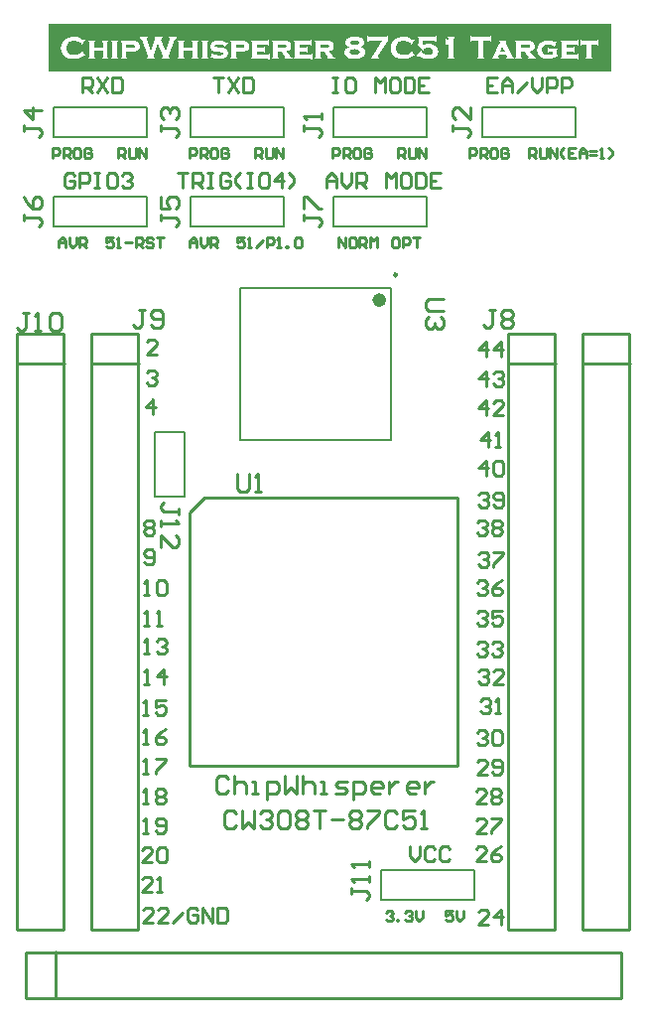
<source format=gto>
G04 Layer_Color=65535*
%FSLAX25Y25*%
%MOIN*%
G70*
G01*
G75*
%ADD31C,0.00984*%
%ADD32C,0.02362*%
%ADD33C,0.01000*%
%ADD34C,0.00787*%
G36*
X481496Y462992D02*
X292520D01*
Y479134D01*
X481496D01*
Y462992D01*
D02*
G37*
%LPC*%
G36*
X315998Y473429D02*
X313721D01*
Y473096D01*
X313798Y473074D01*
X313865Y473041D01*
X313910Y473018D01*
X313943Y472996D01*
X313987Y472974D01*
X313999Y472963D01*
X314032Y472918D01*
X314043Y472863D01*
X314054Y472818D01*
Y472807D01*
Y472796D01*
Y468063D01*
X314043Y467985D01*
X314032Y467919D01*
X314010Y467885D01*
X313999Y467874D01*
X313976Y467852D01*
X313932Y467830D01*
X313843Y467797D01*
X313798Y467774D01*
X313754Y467763D01*
X313732Y467752D01*
X313721D01*
Y467430D01*
X315998D01*
Y467752D01*
X315921Y467774D01*
X315854Y467797D01*
X315809Y467819D01*
X315765Y467841D01*
X315721Y467863D01*
X315709Y467874D01*
X315687Y467930D01*
X315676Y467997D01*
X315665Y468041D01*
Y468063D01*
Y472796D01*
X315676Y472874D01*
X315687Y472929D01*
X315698Y472963D01*
X315709Y472974D01*
X315732Y472996D01*
X315776Y473018D01*
X315876Y473052D01*
X315921Y473074D01*
X315965Y473085D01*
X315987Y473096D01*
X315998D01*
Y473429D01*
D02*
G37*
G36*
X320931D02*
X316854D01*
Y473096D01*
X316932Y473074D01*
X316998Y473041D01*
X317043Y473018D01*
X317076Y472996D01*
X317120Y472974D01*
X317131Y472963D01*
X317165Y472918D01*
X317176Y472863D01*
X317187Y472818D01*
Y472807D01*
Y472796D01*
Y468063D01*
X317176Y467985D01*
X317165Y467919D01*
X317143Y467885D01*
X317131Y467874D01*
X317109Y467852D01*
X317065Y467830D01*
X316976Y467797D01*
X316932Y467774D01*
X316887Y467763D01*
X316865Y467752D01*
X316854D01*
Y467430D01*
X319131D01*
Y467752D01*
X319054Y467774D01*
X318987Y467797D01*
X318942Y467819D01*
X318898Y467841D01*
X318854Y467863D01*
X318843Y467874D01*
X318820Y467930D01*
X318809Y467997D01*
X318798Y468041D01*
Y468063D01*
Y469819D01*
X320976D01*
X321187Y469841D01*
X321387Y469863D01*
X321564Y469885D01*
X321731Y469919D01*
X321887Y469963D01*
X322031Y469996D01*
X322153Y470041D01*
X322264Y470085D01*
X322353Y470119D01*
X322442Y470163D01*
X322509Y470196D01*
X322553Y470219D01*
X322586Y470241D01*
X322609Y470263D01*
X322620D01*
X322731Y470352D01*
X322831Y470452D01*
X322909Y470552D01*
X322987Y470663D01*
X323053Y470774D01*
X323098Y470896D01*
X323175Y471118D01*
X323220Y471318D01*
X323231Y471407D01*
X323242Y471474D01*
X323253Y471541D01*
Y471585D01*
Y471619D01*
Y471630D01*
X323242Y471796D01*
X323220Y471963D01*
X323186Y472107D01*
X323153Y472229D01*
X323120Y472330D01*
X323087Y472407D01*
X323064Y472452D01*
X323053Y472474D01*
X322975Y472607D01*
X322875Y472729D01*
X322786Y472829D01*
X322698Y472918D01*
X322609Y472985D01*
X322542Y473041D01*
X322498Y473063D01*
X322487Y473074D01*
X322375Y473141D01*
X322242Y473196D01*
X321964Y473285D01*
X321675Y473341D01*
X321398Y473385D01*
X321265Y473396D01*
X321142Y473407D01*
X321031Y473418D01*
X320931Y473429D01*
D02*
G37*
G36*
X342973D02*
X340696D01*
Y473096D01*
X340774Y473074D01*
X340840Y473052D01*
X340885Y473030D01*
X340918Y473007D01*
X340963Y472985D01*
X340974Y472974D01*
X341007Y472918D01*
X341018Y472863D01*
X341029Y472818D01*
Y472807D01*
Y472796D01*
Y471207D01*
X338018D01*
Y472796D01*
X338029Y472874D01*
X338041Y472929D01*
X338052Y472963D01*
X338063Y472974D01*
X338085Y472996D01*
X338129Y473018D01*
X338229Y473052D01*
X338274Y473074D01*
X338318Y473085D01*
X338340Y473096D01*
X338352D01*
Y473429D01*
X336074D01*
Y473096D01*
X336152Y473074D01*
X336219Y473041D01*
X336263Y473018D01*
X336296Y472996D01*
X336341Y472974D01*
X336352Y472963D01*
X336385Y472918D01*
X336396Y472863D01*
X336407Y472818D01*
Y472807D01*
Y472796D01*
Y468063D01*
X336396Y467985D01*
X336385Y467919D01*
X336363Y467885D01*
X336352Y467874D01*
X336330Y467852D01*
X336285Y467830D01*
X336196Y467797D01*
X336152Y467774D01*
X336107Y467763D01*
X336085Y467752D01*
X336074D01*
Y467430D01*
X338352D01*
Y467752D01*
X338274Y467774D01*
X338207Y467797D01*
X338163Y467819D01*
X338118Y467841D01*
X338074Y467863D01*
X338063Y467874D01*
X338041Y467930D01*
X338029Y467997D01*
X338018Y468041D01*
Y468063D01*
Y469952D01*
X341029D01*
Y468063D01*
X341018Y467985D01*
X341007Y467919D01*
X340985Y467885D01*
X340974Y467874D01*
X340951Y467852D01*
X340907Y467830D01*
X340818Y467786D01*
X340774Y467774D01*
X340729Y467763D01*
X340707Y467752D01*
X340696D01*
Y467430D01*
X342973D01*
Y467752D01*
X342896Y467774D01*
X342829Y467797D01*
X342785Y467819D01*
X342740Y467841D01*
X342696Y467863D01*
X342685Y467874D01*
X342662Y467930D01*
X342651Y467997D01*
X342640Y468041D01*
Y468063D01*
Y472796D01*
X342651Y472874D01*
X342662Y472929D01*
X342673Y472963D01*
X342685Y472974D01*
X342707Y472996D01*
X342751Y473018D01*
X342851Y473052D01*
X342896Y473074D01*
X342940Y473085D01*
X342962Y473096D01*
X342973D01*
Y473429D01*
D02*
G37*
G36*
X312788D02*
X310510D01*
Y473096D01*
X310588Y473074D01*
X310654Y473052D01*
X310699Y473030D01*
X310732Y473007D01*
X310777Y472985D01*
X310788Y472974D01*
X310821Y472918D01*
X310832Y472863D01*
X310843Y472818D01*
Y472807D01*
Y472796D01*
Y471207D01*
X307833D01*
Y472796D01*
X307844Y472874D01*
X307855Y472929D01*
X307866Y472963D01*
X307877Y472974D01*
X307899Y472996D01*
X307944Y473018D01*
X308044Y473052D01*
X308088Y473074D01*
X308132Y473085D01*
X308155Y473096D01*
X308166D01*
Y473429D01*
X305888D01*
Y473096D01*
X305966Y473074D01*
X306033Y473041D01*
X306077Y473018D01*
X306110Y472996D01*
X306155Y472974D01*
X306166Y472963D01*
X306199Y472918D01*
X306210Y472863D01*
X306222Y472818D01*
Y472807D01*
Y472796D01*
Y468063D01*
X306210Y467985D01*
X306199Y467919D01*
X306177Y467885D01*
X306166Y467874D01*
X306144Y467852D01*
X306099Y467830D01*
X306010Y467797D01*
X305966Y467774D01*
X305922Y467763D01*
X305899Y467752D01*
X305888D01*
Y467430D01*
X308166D01*
Y467752D01*
X308088Y467774D01*
X308021Y467797D01*
X307977Y467819D01*
X307932Y467841D01*
X307888Y467863D01*
X307877Y467874D01*
X307855Y467930D01*
X307844Y467997D01*
X307833Y468041D01*
Y468063D01*
Y469952D01*
X310843D01*
Y468063D01*
X310832Y467985D01*
X310821Y467919D01*
X310799Y467885D01*
X310788Y467874D01*
X310766Y467852D01*
X310721Y467830D01*
X310632Y467786D01*
X310588Y467774D01*
X310543Y467763D01*
X310521Y467752D01*
X310510D01*
Y467430D01*
X312788D01*
Y467752D01*
X312710Y467774D01*
X312643Y467797D01*
X312599Y467819D01*
X312554Y467841D01*
X312510Y467863D01*
X312499Y467874D01*
X312476Y467930D01*
X312465Y467997D01*
X312454Y468041D01*
Y468063D01*
Y472796D01*
X312465Y472874D01*
X312476Y472929D01*
X312488Y472963D01*
X312499Y472974D01*
X312521Y472996D01*
X312565Y473018D01*
X312665Y473052D01*
X312710Y473074D01*
X312754Y473085D01*
X312776Y473096D01*
X312788D01*
Y473429D01*
D02*
G37*
G36*
X395713Y474818D02*
X395513D01*
X395190Y474807D01*
X394890Y474785D01*
X394624Y474752D01*
X394368Y474707D01*
X394135Y474651D01*
X393924Y474596D01*
X393735Y474529D01*
X393557Y474463D01*
X393413Y474396D01*
X393291Y474329D01*
X393179Y474274D01*
X393091Y474218D01*
X393024Y474174D01*
X392968Y474141D01*
X392946Y474118D01*
X392935Y474107D01*
X392824Y474007D01*
X392735Y473896D01*
X392657Y473796D01*
X392580Y473685D01*
X392468Y473463D01*
X392402Y473263D01*
X392357Y473085D01*
X392346Y473007D01*
X392335Y472941D01*
X392324Y472896D01*
Y472852D01*
Y472829D01*
Y472818D01*
X392335Y472618D01*
X392380Y472441D01*
X392446Y472274D01*
X392524Y472130D01*
X392613Y471985D01*
X392724Y471863D01*
X392835Y471752D01*
X392957Y471663D01*
X393079Y471574D01*
X393191Y471507D01*
X393302Y471452D01*
X393391Y471396D01*
X393479Y471363D01*
X393535Y471341D01*
X393579Y471318D01*
X393591D01*
X393313Y471241D01*
X393068Y471152D01*
X392868Y471041D01*
X392691Y470907D01*
X392535Y470774D01*
X392402Y470641D01*
X392302Y470496D01*
X392224Y470352D01*
X392157Y470208D01*
X392102Y470085D01*
X392069Y469963D01*
X392046Y469852D01*
X392035Y469763D01*
X392024Y469697D01*
Y469652D01*
Y469641D01*
X392035Y469408D01*
X392080Y469197D01*
X392135Y468996D01*
X392213Y468830D01*
X392280Y468674D01*
X392335Y468574D01*
X392357Y468530D01*
X392380Y468497D01*
X392391Y468485D01*
Y468474D01*
X392535Y468286D01*
X392702Y468130D01*
X392857Y467985D01*
X393002Y467885D01*
X393135Y467797D01*
X393246Y467730D01*
X393313Y467697D01*
X393324Y467686D01*
X393335D01*
X393679Y467563D01*
X394035Y467463D01*
X394402Y467397D01*
X394746Y467352D01*
X394901Y467341D01*
X395046Y467330D01*
X395179Y467319D01*
X395290D01*
X395390Y467308D01*
X395513D01*
X395868Y467319D01*
X396190Y467341D01*
X396490Y467386D01*
X396768Y467430D01*
X397024Y467486D01*
X397246Y467552D01*
X397457Y467630D01*
X397635Y467708D01*
X397790Y467774D01*
X397935Y467852D01*
X398046Y467919D01*
X398134Y467974D01*
X398212Y468019D01*
X398257Y468063D01*
X398290Y468085D01*
X398301Y468097D01*
X398423Y468219D01*
X398534Y468352D01*
X398635Y468485D01*
X398712Y468619D01*
X398779Y468752D01*
X398834Y468885D01*
X398923Y469130D01*
X398979Y469341D01*
X398990Y469430D01*
X399001Y469508D01*
X399012Y469563D01*
Y469608D01*
Y469641D01*
Y469652D01*
X398990Y469885D01*
X398946Y470108D01*
X398868Y470296D01*
X398768Y470474D01*
X398646Y470630D01*
X398512Y470763D01*
X398368Y470874D01*
X398223Y470985D01*
X398079Y471063D01*
X397935Y471141D01*
X397801Y471196D01*
X397679Y471241D01*
X397579Y471274D01*
X397501Y471296D01*
X397457Y471318D01*
X397435D01*
X397657Y471407D01*
X397857Y471496D01*
X398024Y471607D01*
X398179Y471730D01*
X398301Y471852D01*
X398401Y471974D01*
X398490Y472096D01*
X398557Y472218D01*
X398601Y472341D01*
X398646Y472452D01*
X398679Y472552D01*
X398690Y472641D01*
X398701Y472718D01*
X398712Y472774D01*
Y472807D01*
Y472818D01*
X398701Y473018D01*
X398657Y473207D01*
X398612Y473374D01*
X398546Y473518D01*
X398490Y473629D01*
X398434Y473718D01*
X398390Y473774D01*
X398379Y473796D01*
X398257Y473941D01*
X398112Y474074D01*
X397979Y474185D01*
X397846Y474274D01*
X397735Y474352D01*
X397646Y474396D01*
X397579Y474429D01*
X397568Y474440D01*
X397557D01*
X397235Y474563D01*
X396890Y474663D01*
X396546Y474729D01*
X396224Y474774D01*
X396079Y474785D01*
X395946Y474796D01*
X395824Y474807D01*
X395713Y474818D01*
D02*
G37*
G36*
X346184Y473429D02*
X343907D01*
Y473096D01*
X343984Y473074D01*
X344051Y473041D01*
X344095Y473018D01*
X344129Y472996D01*
X344173Y472974D01*
X344184Y472963D01*
X344218Y472918D01*
X344229Y472863D01*
X344240Y472818D01*
Y472807D01*
Y472796D01*
Y468063D01*
X344229Y467985D01*
X344218Y467919D01*
X344196Y467885D01*
X344184Y467874D01*
X344162Y467852D01*
X344118Y467830D01*
X344029Y467797D01*
X343984Y467774D01*
X343940Y467763D01*
X343918Y467752D01*
X343907D01*
Y467430D01*
X346184D01*
Y467752D01*
X346106Y467774D01*
X346040Y467797D01*
X345995Y467819D01*
X345951Y467841D01*
X345906Y467863D01*
X345895Y467874D01*
X345873Y467930D01*
X345862Y467997D01*
X345851Y468041D01*
Y468063D01*
Y472796D01*
X345862Y472874D01*
X345873Y472929D01*
X345884Y472963D01*
X345895Y472974D01*
X345918Y472996D01*
X345962Y473018D01*
X346062Y473052D01*
X346106Y473074D01*
X346151Y473085D01*
X346173Y473096D01*
X346184D01*
Y473429D01*
D02*
G37*
G36*
X386169D02*
X382014D01*
Y473096D01*
X382092Y473074D01*
X382158Y473041D01*
X382203Y473018D01*
X382236Y472996D01*
X382281Y472974D01*
X382292Y472963D01*
X382325Y472918D01*
X382336Y472863D01*
X382347Y472818D01*
Y472807D01*
Y472796D01*
Y468063D01*
X382336Y467985D01*
X382325Y467919D01*
X382303Y467885D01*
X382292Y467874D01*
X382270Y467852D01*
X382225Y467830D01*
X382136Y467797D01*
X382092Y467774D01*
X382047Y467763D01*
X382025Y467752D01*
X382014D01*
Y467430D01*
X384292D01*
Y467752D01*
X384214Y467774D01*
X384147Y467797D01*
X384103Y467819D01*
X384058Y467841D01*
X384014Y467863D01*
X384003Y467874D01*
X383980Y467930D01*
X383969Y467997D01*
X383958Y468041D01*
Y468063D01*
Y469808D01*
X385180D01*
X386358Y468141D01*
X386414Y468041D01*
X386436Y467963D01*
X386447Y467919D01*
Y467908D01*
X386436Y467874D01*
X386402Y467852D01*
X386358Y467830D01*
X386314Y467797D01*
X386269Y467786D01*
X386225Y467763D01*
X386191Y467752D01*
X386180D01*
Y467430D01*
X388836D01*
Y467763D01*
X388736Y467786D01*
X388647Y467808D01*
X388569Y467841D01*
X388502Y467874D01*
X388447Y467897D01*
X388413Y467919D01*
X388391Y467941D01*
X388380D01*
X388313Y468008D01*
X388247Y468085D01*
X388091Y468274D01*
X388024Y468363D01*
X387969Y468441D01*
X387936Y468485D01*
X387925Y468508D01*
X386847Y469908D01*
X387124Y469974D01*
X387369Y470052D01*
X387580Y470152D01*
X387758Y470241D01*
X387891Y470330D01*
X387980Y470407D01*
X388036Y470452D01*
X388058Y470474D01*
X388202Y470641D01*
X388302Y470841D01*
X388380Y471030D01*
X388424Y471218D01*
X388458Y471396D01*
X388469Y471463D01*
Y471530D01*
X388480Y471585D01*
Y471619D01*
Y471641D01*
Y471652D01*
X388469Y471830D01*
X388447Y471985D01*
X388413Y472141D01*
X388369Y472285D01*
X388324Y472407D01*
X388258Y472518D01*
X388202Y472629D01*
X388136Y472718D01*
X388069Y472796D01*
X388013Y472874D01*
X387902Y472974D01*
X387858Y473018D01*
X387825Y473041D01*
X387802Y473063D01*
X387791D01*
X387669Y473129D01*
X387547Y473196D01*
X387424Y473241D01*
X387313Y473274D01*
X387213Y473307D01*
X387136Y473329D01*
X387091Y473341D01*
X387069D01*
X386902Y473374D01*
X386714Y473396D01*
X386525Y473407D01*
X386336Y473418D01*
X386169Y473429D01*
D02*
G37*
G36*
X453618D02*
X449463D01*
Y473096D01*
X449541Y473074D01*
X449607Y473041D01*
X449652Y473018D01*
X449685Y472996D01*
X449729Y472974D01*
X449741Y472963D01*
X449774Y472918D01*
X449785Y472863D01*
X449796Y472818D01*
Y472807D01*
Y472796D01*
Y468063D01*
X449785Y467985D01*
X449774Y467919D01*
X449752Y467885D01*
X449741Y467874D01*
X449718Y467852D01*
X449674Y467830D01*
X449585Y467797D01*
X449541Y467774D01*
X449496Y467763D01*
X449474Y467752D01*
X449463D01*
Y467430D01*
X451740D01*
Y467752D01*
X451662Y467774D01*
X451596Y467797D01*
X451551Y467819D01*
X451507Y467841D01*
X451463Y467863D01*
X451451Y467874D01*
X451429Y467930D01*
X451418Y467997D01*
X451407Y468041D01*
Y468063D01*
Y469808D01*
X452629D01*
X453807Y468141D01*
X453862Y468041D01*
X453885Y467963D01*
X453896Y467919D01*
Y467908D01*
X453885Y467874D01*
X453851Y467852D01*
X453807Y467830D01*
X453762Y467797D01*
X453718Y467786D01*
X453673Y467763D01*
X453640Y467752D01*
X453629D01*
Y467430D01*
X456284D01*
Y467763D01*
X456184Y467786D01*
X456095Y467808D01*
X456018Y467841D01*
X455951Y467874D01*
X455895Y467897D01*
X455862Y467919D01*
X455840Y467941D01*
X455829D01*
X455762Y468008D01*
X455695Y468085D01*
X455540Y468274D01*
X455473Y468363D01*
X455418Y468441D01*
X455384Y468485D01*
X455373Y468508D01*
X454296Y469908D01*
X454573Y469974D01*
X454818Y470052D01*
X455029Y470152D01*
X455207Y470241D01*
X455340Y470330D01*
X455429Y470407D01*
X455484Y470452D01*
X455507Y470474D01*
X455651Y470641D01*
X455751Y470841D01*
X455829Y471030D01*
X455873Y471218D01*
X455906Y471396D01*
X455918Y471463D01*
Y471530D01*
X455929Y471585D01*
Y471619D01*
Y471641D01*
Y471652D01*
X455918Y471830D01*
X455895Y471985D01*
X455862Y472141D01*
X455818Y472285D01*
X455773Y472407D01*
X455707Y472518D01*
X455651Y472629D01*
X455584Y472718D01*
X455518Y472796D01*
X455462Y472874D01*
X455351Y472974D01*
X455307Y473018D01*
X455273Y473041D01*
X455251Y473063D01*
X455240D01*
X455118Y473129D01*
X454995Y473196D01*
X454873Y473241D01*
X454762Y473274D01*
X454662Y473307D01*
X454585Y473329D01*
X454540Y473341D01*
X454518D01*
X454351Y473374D01*
X454162Y473396D01*
X453973Y473407D01*
X453785Y473418D01*
X453618Y473429D01*
D02*
G37*
G36*
X446419D02*
X443952D01*
Y473107D01*
X444052Y473063D01*
X444119Y473018D01*
X444174Y472974D01*
X444208Y472929D01*
X444230Y472896D01*
X444241Y472874D01*
Y472863D01*
Y472852D01*
X444219Y472718D01*
X444185Y472596D01*
X444163Y472552D01*
X444152Y472507D01*
X444130Y472485D01*
Y472474D01*
X442019Y468186D01*
X441975Y468108D01*
X441941Y468030D01*
X441908Y467985D01*
X441875Y467941D01*
X441852Y467908D01*
X441830Y467885D01*
X441819Y467874D01*
X441786Y467852D01*
X441741Y467830D01*
X441630Y467797D01*
X441575Y467786D01*
X441541Y467774D01*
X441508Y467763D01*
X441497D01*
Y467430D01*
X443852D01*
Y467763D01*
X443741Y467797D01*
X443652Y467830D01*
X443597Y467863D01*
X443552Y467908D01*
X443530Y467941D01*
X443519Y467974D01*
X443508Y467985D01*
Y467997D01*
X443519Y468097D01*
X443563Y468197D01*
X443574Y468241D01*
X443597Y468274D01*
X443608Y468297D01*
Y468308D01*
X443886Y468885D01*
X446408D01*
X446696Y468341D01*
X446741Y468263D01*
X446763Y468197D01*
X446807Y468085D01*
Y468052D01*
X446819Y468019D01*
Y468008D01*
Y467997D01*
X446807Y467941D01*
X446763Y467885D01*
X446719Y467841D01*
X446652Y467819D01*
X446596Y467786D01*
X446541Y467774D01*
X446496Y467763D01*
X446485D01*
Y467430D01*
X449063D01*
Y467763D01*
X448974Y467786D01*
X448896Y467797D01*
X448830Y467819D01*
X448785Y467841D01*
X448752Y467863D01*
X448730Y467874D01*
X448707Y467885D01*
X448674Y467930D01*
X448630Y467985D01*
X448541Y468130D01*
X448507Y468197D01*
X448474Y468252D01*
X448452Y468297D01*
X448441Y468308D01*
X446252Y472452D01*
X446185Y472607D01*
X446152Y472729D01*
Y472774D01*
X446141Y472807D01*
Y472818D01*
Y472829D01*
X446152Y472885D01*
X446185Y472941D01*
X446230Y472985D01*
X446285Y473030D01*
X446330Y473063D01*
X446374Y473085D01*
X446408Y473107D01*
X446419D01*
Y473429D01*
D02*
G37*
G36*
X357772D02*
X353695D01*
Y473096D01*
X353772Y473074D01*
X353839Y473041D01*
X353883Y473018D01*
X353917Y472996D01*
X353961Y472974D01*
X353972Y472963D01*
X354006Y472918D01*
X354017Y472863D01*
X354028Y472818D01*
Y472807D01*
Y472796D01*
Y468063D01*
X354017Y467985D01*
X354006Y467919D01*
X353983Y467885D01*
X353972Y467874D01*
X353950Y467852D01*
X353906Y467830D01*
X353817Y467797D01*
X353772Y467774D01*
X353728Y467763D01*
X353706Y467752D01*
X353695D01*
Y467430D01*
X355972D01*
Y467752D01*
X355894Y467774D01*
X355828Y467797D01*
X355783Y467819D01*
X355739Y467841D01*
X355694Y467863D01*
X355683Y467874D01*
X355661Y467930D01*
X355650Y467997D01*
X355639Y468041D01*
Y468063D01*
Y469819D01*
X357816D01*
X358027Y469841D01*
X358227Y469863D01*
X358405Y469885D01*
X358572Y469919D01*
X358727Y469963D01*
X358872Y469996D01*
X358994Y470041D01*
X359105Y470085D01*
X359194Y470119D01*
X359283Y470163D01*
X359349Y470196D01*
X359394Y470219D01*
X359427Y470241D01*
X359450Y470263D01*
X359461D01*
X359572Y470352D01*
X359672Y470452D01*
X359750Y470552D01*
X359827Y470663D01*
X359894Y470774D01*
X359938Y470896D01*
X360016Y471118D01*
X360061Y471318D01*
X360072Y471407D01*
X360083Y471474D01*
X360094Y471541D01*
Y471585D01*
Y471619D01*
Y471630D01*
X360083Y471796D01*
X360061Y471963D01*
X360027Y472107D01*
X359994Y472229D01*
X359961Y472330D01*
X359927Y472407D01*
X359905Y472452D01*
X359894Y472474D01*
X359816Y472607D01*
X359716Y472729D01*
X359627Y472829D01*
X359538Y472918D01*
X359450Y472985D01*
X359383Y473041D01*
X359338Y473063D01*
X359327Y473074D01*
X359216Y473141D01*
X359083Y473196D01*
X358805Y473285D01*
X358516Y473341D01*
X358239Y473385D01*
X358105Y473396D01*
X357983Y473407D01*
X357872Y473418D01*
X357772Y473429D01*
D02*
G37*
G36*
X335674Y474696D02*
X333019D01*
Y474329D01*
X333141Y474307D01*
X333230Y474274D01*
X333297Y474240D01*
X333341Y474207D01*
X333363Y474174D01*
X333385Y474152D01*
Y474141D01*
Y474129D01*
X333374Y474018D01*
X333341Y473907D01*
X333330Y473852D01*
X333308Y473807D01*
X333297Y473785D01*
Y473774D01*
X332008Y470152D01*
X330452Y473885D01*
X330497Y473929D01*
X330530Y473974D01*
X330575Y474041D01*
X330586Y474074D01*
Y474085D01*
X330597Y474141D01*
X330641Y474196D01*
X330697Y474229D01*
X330764Y474274D01*
X330830Y474296D01*
X330886Y474318D01*
X330930Y474340D01*
X330941D01*
Y474696D01*
X328164D01*
Y474329D01*
X328275Y474296D01*
X328364Y474274D01*
X328419Y474229D01*
X328464Y474196D01*
X328486Y474163D01*
X328508Y474141D01*
Y474129D01*
Y474118D01*
Y474085D01*
X328497Y474052D01*
X328464Y473952D01*
X328453Y473907D01*
X328430Y473863D01*
X328419Y473841D01*
Y473829D01*
X327008Y470152D01*
X325720Y473807D01*
X325675Y473941D01*
X325653Y474041D01*
X325642Y474096D01*
Y474118D01*
X325653Y474174D01*
X325697Y474207D01*
X325742Y474252D01*
X325808Y474274D01*
X325864Y474296D01*
X325920Y474318D01*
X325953Y474329D01*
X325964D01*
Y474696D01*
X323298D01*
Y474329D01*
X323398Y474307D01*
X323475Y474274D01*
X323542Y474252D01*
X323587Y474218D01*
X323631Y474196D01*
X323653Y474174D01*
X323675Y474163D01*
Y474152D01*
X323720Y474096D01*
X323764Y474029D01*
X323842Y473874D01*
X323875Y473796D01*
X323898Y473729D01*
X323909Y473685D01*
X323920Y473674D01*
X325975Y468408D01*
X326008Y468308D01*
X326042Y468230D01*
X326064Y468163D01*
X326075Y468119D01*
X326086Y468085D01*
Y468063D01*
Y468052D01*
X326075Y467985D01*
X326031Y467930D01*
X325975Y467885D01*
X325920Y467841D01*
X325853Y467819D01*
X325797Y467797D01*
X325753Y467786D01*
X325742D01*
Y467430D01*
X328241D01*
Y467774D01*
X328108Y467819D01*
X328019Y467863D01*
X327953Y467908D01*
X327897Y467941D01*
X327875Y467985D01*
X327864Y468019D01*
X327853Y468030D01*
Y468041D01*
X327864Y468074D01*
X327875Y468119D01*
X327919Y468230D01*
X327942Y468286D01*
X327964Y468330D01*
X327986Y468363D01*
Y468374D01*
X329486Y472385D01*
X330941Y468474D01*
X330997Y468352D01*
X331030Y468263D01*
X331064Y468186D01*
X331075Y468130D01*
X331086Y468097D01*
X331097Y468063D01*
Y468052D01*
X331086Y467985D01*
X331041Y467919D01*
X330986Y467874D01*
X330919Y467841D01*
X330841Y467819D01*
X330786Y467797D01*
X330741Y467786D01*
X330730D01*
Y467430D01*
X333252D01*
Y467786D01*
X333130Y467819D01*
X333041Y467852D01*
X332974Y467885D01*
X332930Y467930D01*
X332908Y467963D01*
X332897Y467997D01*
X332886Y468008D01*
Y468019D01*
X332897Y468063D01*
X332908Y468130D01*
X332963Y468286D01*
X332985Y468352D01*
X333008Y468419D01*
X333019Y468463D01*
X333030Y468474D01*
X335041Y473674D01*
X335096Y473807D01*
X335141Y473918D01*
X335185Y473996D01*
X335219Y474063D01*
X335241Y474107D01*
X335263Y474129D01*
X335274Y474152D01*
X335319Y474185D01*
X335374Y474218D01*
X335507Y474285D01*
X335574Y474307D01*
X335630Y474329D01*
X335663Y474340D01*
X335674D01*
Y474696D01*
D02*
G37*
G36*
X371826Y473429D02*
X367671D01*
Y473096D01*
X367749Y473074D01*
X367815Y473041D01*
X367860Y473018D01*
X367893Y472996D01*
X367938Y472974D01*
X367949Y472963D01*
X367982Y472918D01*
X367993Y472863D01*
X368004Y472818D01*
Y472807D01*
Y472796D01*
Y468063D01*
X367993Y467985D01*
X367982Y467919D01*
X367960Y467885D01*
X367949Y467874D01*
X367927Y467852D01*
X367882Y467830D01*
X367793Y467797D01*
X367749Y467774D01*
X367704Y467763D01*
X367682Y467752D01*
X367671D01*
Y467430D01*
X369949D01*
Y467752D01*
X369871Y467774D01*
X369804Y467797D01*
X369760Y467819D01*
X369715Y467841D01*
X369671Y467863D01*
X369660Y467874D01*
X369637Y467930D01*
X369626Y467997D01*
X369615Y468041D01*
Y468063D01*
Y469808D01*
X370837D01*
X372015Y468141D01*
X372071Y468041D01*
X372093Y467963D01*
X372104Y467919D01*
Y467908D01*
X372093Y467874D01*
X372059Y467852D01*
X372015Y467830D01*
X371971Y467797D01*
X371926Y467786D01*
X371882Y467763D01*
X371848Y467752D01*
X371837D01*
Y467430D01*
X374493D01*
Y467763D01*
X374393Y467786D01*
X374304Y467808D01*
X374226Y467841D01*
X374159Y467874D01*
X374104Y467897D01*
X374070Y467919D01*
X374048Y467941D01*
X374037D01*
X373970Y468008D01*
X373904Y468085D01*
X373748Y468274D01*
X373681Y468363D01*
X373626Y468441D01*
X373593Y468485D01*
X373581Y468508D01*
X372504Y469908D01*
X372781Y469974D01*
X373026Y470052D01*
X373237Y470152D01*
X373415Y470241D01*
X373548Y470330D01*
X373637Y470407D01*
X373692Y470452D01*
X373715Y470474D01*
X373859Y470641D01*
X373959Y470841D01*
X374037Y471030D01*
X374081Y471218D01*
X374115Y471396D01*
X374126Y471463D01*
Y471530D01*
X374137Y471585D01*
Y471619D01*
Y471641D01*
Y471652D01*
X374126Y471830D01*
X374104Y471985D01*
X374070Y472141D01*
X374026Y472285D01*
X373981Y472407D01*
X373915Y472518D01*
X373859Y472629D01*
X373793Y472718D01*
X373726Y472796D01*
X373670Y472874D01*
X373559Y472974D01*
X373515Y473018D01*
X373481Y473041D01*
X373459Y473063D01*
X373448D01*
X373326Y473129D01*
X373204Y473196D01*
X373081Y473241D01*
X372970Y473274D01*
X372870Y473307D01*
X372793Y473329D01*
X372748Y473341D01*
X372726D01*
X372559Y473374D01*
X372371Y473396D01*
X372182Y473407D01*
X371993Y473418D01*
X371826Y473429D01*
D02*
G37*
G36*
X477215Y473763D02*
X476871D01*
X476849Y473685D01*
X476827Y473618D01*
X476804Y473563D01*
X476782Y473529D01*
X476771Y473496D01*
X476760Y473485D01*
X476749Y473474D01*
X476693Y473452D01*
X476638Y473441D01*
X476593Y473429D01*
X471794D01*
X471716Y473441D01*
X471661Y473452D01*
X471627Y473463D01*
X471616Y473474D01*
X471594Y473496D01*
X471572Y473540D01*
X471538Y473640D01*
X471516Y473685D01*
X471505Y473729D01*
X471494Y473752D01*
Y473763D01*
X471161D01*
Y471841D01*
X471494D01*
X471516Y471918D01*
X471538Y471974D01*
X471560Y472030D01*
X471583Y472063D01*
X471605Y472107D01*
X471616Y472118D01*
X471672Y472152D01*
X471727Y472163D01*
X471772Y472174D01*
X473383D01*
Y468063D01*
X473372Y467985D01*
X473360Y467919D01*
X473338Y467885D01*
X473327Y467874D01*
X473305Y467852D01*
X473260Y467830D01*
X473172Y467797D01*
X473127Y467774D01*
X473083Y467763D01*
X473060Y467752D01*
X473049D01*
Y467430D01*
X475327D01*
Y467752D01*
X475249Y467774D01*
X475182Y467797D01*
X475138Y467819D01*
X475094Y467841D01*
X475049Y467863D01*
X475038Y467874D01*
X475016Y467930D01*
X475005Y467997D01*
X474994Y468041D01*
Y468063D01*
Y472174D01*
X476571D01*
X476649Y472163D01*
X476705Y472152D01*
X476738Y472130D01*
X476749Y472118D01*
X476771Y472096D01*
X476793Y472052D01*
X476827Y471963D01*
X476849Y471918D01*
X476860Y471874D01*
X476871Y471852D01*
Y471841D01*
X477215D01*
Y473763D01*
D02*
G37*
G36*
X423010Y475029D02*
X422643D01*
X422621Y474952D01*
X422588Y474885D01*
X422565Y474829D01*
X422543Y474796D01*
X422532Y474763D01*
X422521Y474752D01*
X422510Y474740D01*
X422465Y474718D01*
X422421Y474707D01*
X422377Y474696D01*
X416666D01*
Y474340D01*
X416744Y474318D01*
X416799Y474296D01*
X416855Y474274D01*
X416888Y474252D01*
X416933Y474229D01*
X416944Y474218D01*
X416977Y474163D01*
X416988Y474107D01*
X416999Y474052D01*
Y474041D01*
Y474029D01*
Y472541D01*
X416988Y472463D01*
X416977Y472407D01*
X416955Y472374D01*
X416933Y472352D01*
X416877Y472318D01*
X416833D01*
X416788Y472330D01*
X416755Y472341D01*
X416744D01*
X416566Y472096D01*
X418488Y470163D01*
X418733Y470352D01*
X418710Y470419D01*
X418688Y470474D01*
X418666Y470541D01*
X418655Y470585D01*
Y470596D01*
X418677Y470652D01*
X418733Y470696D01*
X418799Y470752D01*
X418888Y470796D01*
X418977Y470841D01*
X419044Y470874D01*
X419099Y470885D01*
X419121Y470896D01*
X419299Y470952D01*
X419488Y470996D01*
X419655Y471030D01*
X419821Y471052D01*
X419955Y471063D01*
X420066Y471074D01*
X420155D01*
X420421Y471063D01*
X420654Y471030D01*
X420855Y470974D01*
X421021Y470919D01*
X421154Y470852D01*
X421254Y470808D01*
X421310Y470763D01*
X421332Y470752D01*
X421477Y470630D01*
X421588Y470496D01*
X421665Y470352D01*
X421710Y470219D01*
X421743Y470096D01*
X421754Y470008D01*
X421766Y469941D01*
Y469930D01*
Y469919D01*
X421743Y469719D01*
X421699Y469530D01*
X421621Y469385D01*
X421543Y469252D01*
X421465Y469152D01*
X421388Y469074D01*
X421343Y469030D01*
X421321Y469019D01*
X421154Y468919D01*
X420966Y468841D01*
X420766Y468797D01*
X420577Y468752D01*
X420410Y468730D01*
X420343D01*
X420277Y468719D01*
X420155D01*
X419966Y468730D01*
X419788Y468741D01*
X419421Y468808D01*
X419088Y468896D01*
X418944Y468952D01*
X418799Y469008D01*
X418666Y469052D01*
X418544Y469108D01*
X418444Y469152D01*
X418355Y469197D01*
X418288Y469230D01*
X418232Y469263D01*
X418199Y469274D01*
X418188Y469285D01*
X418110Y469363D01*
X418044Y469430D01*
X417999Y469508D01*
X417977Y469563D01*
X417955Y469619D01*
X417944Y469663D01*
Y469685D01*
Y469697D01*
X417955Y469774D01*
X417966Y469863D01*
X417977Y469930D01*
Y469952D01*
Y469963D01*
X417710Y470130D01*
X416388Y468352D01*
X416622Y468163D01*
X416711Y468197D01*
X416777Y468230D01*
X416833Y468252D01*
X416866Y468263D01*
X416899Y468274D01*
X416933D01*
X417044Y468252D01*
X417155Y468219D01*
X417199Y468197D01*
X417233Y468186D01*
X417255Y468163D01*
X417266D01*
X417444Y468063D01*
X417588Y467974D01*
X417722Y467897D01*
X417822Y467841D01*
X417899Y467808D01*
X417955Y467774D01*
X417988Y467763D01*
X417999Y467752D01*
X418355Y467608D01*
X418733Y467497D01*
X419099Y467419D01*
X419444Y467363D01*
X419599Y467341D01*
X419743Y467330D01*
X419877Y467319D01*
X419988D01*
X420077Y467308D01*
X420199D01*
X420554Y467319D01*
X420888Y467352D01*
X421199Y467408D01*
X421477Y467486D01*
X421732Y467563D01*
X421966Y467663D01*
X422177Y467763D01*
X422354Y467874D01*
X422521Y467974D01*
X422654Y468074D01*
X422765Y468174D01*
X422865Y468252D01*
X422932Y468330D01*
X422976Y468386D01*
X423010Y468419D01*
X423021Y468430D01*
X423110Y468552D01*
X423188Y468685D01*
X423310Y468941D01*
X423399Y469197D01*
X423454Y469430D01*
X423499Y469630D01*
X423510Y469719D01*
Y469785D01*
X423521Y469852D01*
Y469896D01*
Y469919D01*
Y469930D01*
X423510Y470130D01*
X423488Y470319D01*
X423443Y470496D01*
X423388Y470663D01*
X423332Y470819D01*
X423265Y470963D01*
X423188Y471096D01*
X423110Y471207D01*
X423032Y471318D01*
X422954Y471419D01*
X422888Y471496D01*
X422832Y471563D01*
X422777Y471619D01*
X422732Y471652D01*
X422710Y471674D01*
X422699Y471685D01*
X422532Y471807D01*
X422343Y471918D01*
X422154Y472018D01*
X421954Y472096D01*
X421754Y472163D01*
X421554Y472218D01*
X421177Y472307D01*
X420999Y472341D01*
X420832Y472363D01*
X420688Y472374D01*
X420566Y472385D01*
X420455Y472396D01*
X420310D01*
X419899Y472374D01*
X419710Y472363D01*
X419532Y472330D01*
X419377Y472296D01*
X419221Y472263D01*
X419077Y472229D01*
X418955Y472185D01*
X418844Y472141D01*
X418744Y472107D01*
X418655Y472074D01*
X418588Y472041D01*
X418533Y472018D01*
X418488Y471996D01*
X418466Y471974D01*
X418455D01*
Y473285D01*
X422354D01*
X422421Y473274D01*
X422477Y473263D01*
X422499Y473241D01*
X422510Y473229D01*
X422532Y473207D01*
X422554Y473163D01*
X422599Y473074D01*
X422621Y473030D01*
X422632Y472985D01*
X422643Y472963D01*
Y472952D01*
X423010D01*
Y475029D01*
D02*
G37*
G36*
X411978Y474818D02*
X411766D01*
X411344Y474807D01*
X410944Y474752D01*
X410578Y474685D01*
X410233Y474585D01*
X409911Y474474D01*
X409633Y474352D01*
X409367Y474218D01*
X409133Y474085D01*
X408933Y473952D01*
X408756Y473818D01*
X408611Y473696D01*
X408489Y473585D01*
X408389Y473485D01*
X408322Y473418D01*
X408278Y473374D01*
X408267Y473352D01*
X408134Y473163D01*
X408011Y472974D01*
X407911Y472774D01*
X407823Y472585D01*
X407745Y472385D01*
X407689Y472196D01*
X407634Y472018D01*
X407600Y471841D01*
X407567Y471674D01*
X407545Y471530D01*
X407522Y471396D01*
X407511Y471285D01*
X407500Y471196D01*
Y471118D01*
Y471074D01*
Y471063D01*
X407511Y470885D01*
X407522Y470708D01*
X407578Y470374D01*
X407656Y470063D01*
X407700Y469919D01*
X407756Y469785D01*
X407800Y469663D01*
X407845Y469552D01*
X407889Y469463D01*
X407923Y469385D01*
X407956Y469319D01*
X407978Y469274D01*
X408000Y469241D01*
Y469230D01*
X408122Y468996D01*
X408267Y468797D01*
X408422Y468619D01*
X408567Y468474D01*
X408700Y468363D01*
X408811Y468274D01*
X408856Y468252D01*
X408889Y468230D01*
X408900Y468208D01*
X408911D01*
X409133Y468052D01*
X409356Y467908D01*
X409600Y467786D01*
X409833Y467686D01*
X410078Y467597D01*
X410311Y467530D01*
X410544Y467463D01*
X410755Y467419D01*
X410967Y467386D01*
X411156Y467352D01*
X411322Y467341D01*
X411467Y467319D01*
X411589D01*
X411678Y467308D01*
X411755D01*
X412067Y467319D01*
X412344Y467341D01*
X412600Y467363D01*
X412811Y467397D01*
X412911Y467419D01*
X412989Y467430D01*
X413066Y467441D01*
X413122Y467463D01*
X413166Y467475D01*
X413200D01*
X413222Y467486D01*
X413233D01*
X413478Y467563D01*
X413733Y467674D01*
X413988Y467786D01*
X414233Y467908D01*
X414433Y468008D01*
X414533Y468063D01*
X414611Y468097D01*
X414666Y468141D01*
X414711Y468163D01*
X414744Y468174D01*
X414755Y468186D01*
X414888Y468263D01*
X414999Y468319D01*
X415077Y468363D01*
X415144Y468386D01*
X415177Y468408D01*
X415211Y468419D01*
X415244D01*
X415277Y468397D01*
X415355Y468352D01*
X415411Y468308D01*
X415433Y468297D01*
X415444Y468286D01*
X415711Y468452D01*
X414644Y470074D01*
X414355Y469908D01*
X414366Y469819D01*
Y469774D01*
Y469741D01*
Y469730D01*
X414344Y469652D01*
X414311Y469574D01*
X414277Y469530D01*
X414255Y469508D01*
X414211Y469463D01*
X414144Y469419D01*
X414011Y469319D01*
X413944Y469285D01*
X413889Y469252D01*
X413844Y469230D01*
X413833Y469219D01*
X413666Y469130D01*
X413500Y469052D01*
X413166Y468930D01*
X412844Y468841D01*
X412566Y468785D01*
X412433Y468763D01*
X412311Y468741D01*
X412211Y468730D01*
X412122D01*
X412055Y468719D01*
X411744D01*
X411544Y468741D01*
X411355Y468752D01*
X411178Y468785D01*
X411011Y468808D01*
X410867Y468841D01*
X410733Y468885D01*
X410611Y468919D01*
X410500Y468952D01*
X410400Y468996D01*
X410322Y469030D01*
X410256Y469052D01*
X410200Y469085D01*
X410167Y469097D01*
X410145Y469119D01*
X410133D01*
X409989Y469285D01*
X409856Y469441D01*
X409745Y469608D01*
X409645Y469774D01*
X409567Y469941D01*
X409500Y470108D01*
X409445Y470263D01*
X409400Y470407D01*
X409356Y470541D01*
X409333Y470674D01*
X409311Y470785D01*
X409300Y470874D01*
Y470952D01*
X409289Y471019D01*
Y471052D01*
Y471063D01*
X409300Y471263D01*
X409322Y471463D01*
X409367Y471641D01*
X409422Y471830D01*
X409556Y472152D01*
X409633Y472307D01*
X409711Y472441D01*
X409789Y472563D01*
X409867Y472674D01*
X409933Y472763D01*
X410000Y472852D01*
X410056Y472907D01*
X410100Y472963D01*
X410122Y472985D01*
X410133Y472996D01*
X410256Y473074D01*
X410400Y473129D01*
X410689Y473229D01*
X410989Y473307D01*
X411289Y473352D01*
X411422Y473374D01*
X411544Y473385D01*
X411666Y473396D01*
X411766D01*
X411844Y473407D01*
X412144D01*
X412322Y473385D01*
X412666Y473329D01*
X412989Y473252D01*
X413133Y473207D01*
X413266Y473163D01*
X413389Y473107D01*
X413500Y473063D01*
X413600Y473018D01*
X413677Y472985D01*
X413744Y472952D01*
X413789Y472929D01*
X413822Y472918D01*
X413833Y472907D01*
X413944Y472841D01*
X414033Y472785D01*
X414111Y472741D01*
X414166Y472696D01*
X414211Y472663D01*
X414233Y472641D01*
X414255Y472618D01*
X414322Y472541D01*
X414355Y472474D01*
X414366Y472430D01*
Y472407D01*
Y472363D01*
Y472296D01*
X414355Y472229D01*
Y472218D01*
Y472207D01*
X414644Y472063D01*
X415711Y473663D01*
X415444Y473852D01*
X415388Y473807D01*
X415333Y473774D01*
X415266Y473729D01*
X415233Y473707D01*
X415222D01*
X415188Y473718D01*
X415122Y473740D01*
X415044Y473774D01*
X414966Y473818D01*
X414888Y473863D01*
X414822Y473896D01*
X414777Y473918D01*
X414755Y473929D01*
X414433Y474107D01*
X414133Y474263D01*
X413866Y474385D01*
X413644Y474474D01*
X413555Y474518D01*
X413466Y474540D01*
X413400Y474574D01*
X413333Y474596D01*
X413289Y474607D01*
X413255Y474618D01*
X413233Y474629D01*
X413222D01*
X412989Y474696D01*
X412733Y474740D01*
X412489Y474774D01*
X412266Y474796D01*
X412067Y474807D01*
X411978Y474818D01*
D02*
G37*
G36*
X441486Y475029D02*
X441119D01*
X441097Y474952D01*
X441075Y474885D01*
X441052Y474829D01*
X441030Y474796D01*
X441019Y474763D01*
X441008Y474752D01*
X440997Y474740D01*
X440952Y474718D01*
X440897Y474707D01*
X440852Y474696D01*
X434920D01*
X434842Y474707D01*
X434797Y474718D01*
X434764Y474729D01*
X434753Y474740D01*
X434731Y474763D01*
X434720Y474807D01*
X434675Y474907D01*
X434653Y474952D01*
X434642Y474996D01*
X434631Y475018D01*
Y475029D01*
X434275D01*
Y472985D01*
X434631D01*
X434653Y473063D01*
X434675Y473129D01*
X434698Y473174D01*
X434720Y473207D01*
X434742Y473252D01*
X434753Y473263D01*
X434797Y473296D01*
X434853Y473307D01*
X434898Y473318D01*
X436997D01*
Y468074D01*
X436986Y467997D01*
X436975Y467941D01*
X436953Y467908D01*
X436942Y467897D01*
X436920Y467874D01*
X436875Y467852D01*
X436786Y467819D01*
X436742Y467797D01*
X436697Y467786D01*
X436675Y467774D01*
X436664D01*
Y467430D01*
X439097D01*
Y467774D01*
X439019Y467797D01*
X438953Y467819D01*
X438897Y467841D01*
X438864Y467863D01*
X438831Y467874D01*
X438819Y467885D01*
X438808Y467897D01*
X438786Y467952D01*
X438775Y468008D01*
X438764Y468052D01*
Y468074D01*
Y473318D01*
X440830D01*
X440908Y473307D01*
X440952Y473296D01*
X440986Y473274D01*
X440997Y473263D01*
X441019Y473241D01*
X441041Y473196D01*
X441075Y473107D01*
X441097Y473063D01*
X441108Y473018D01*
X441119Y472996D01*
Y472985D01*
X441486D01*
Y475029D01*
D02*
G37*
G36*
X406656D02*
X406289D01*
X406267Y474952D01*
X406245Y474885D01*
X406223Y474829D01*
X406200Y474796D01*
X406189Y474763D01*
X406178Y474752D01*
X406167Y474740D01*
X406123Y474718D01*
X406067Y474707D01*
X406023Y474696D01*
X400412D01*
X400334Y474707D01*
X400290Y474718D01*
X400257Y474729D01*
X400245Y474740D01*
X400223Y474763D01*
X400201Y474807D01*
X400168Y474907D01*
X400145Y474952D01*
X400134Y474996D01*
X400123Y475018D01*
Y475029D01*
X399768D01*
Y472985D01*
X400123D01*
X400145Y473063D01*
X400168Y473129D01*
X400190Y473174D01*
X400212Y473207D01*
X400234Y473252D01*
X400245Y473263D01*
X400290Y473296D01*
X400345Y473307D01*
X400390Y473318D01*
X404701D01*
X401556Y468397D01*
X401490Y468297D01*
X401423Y468208D01*
X401368Y468130D01*
X401323Y468074D01*
X401290Y468030D01*
X401257Y467997D01*
X401245Y467985D01*
X401234Y467974D01*
X401179Y467930D01*
X401112Y467897D01*
X400990Y467830D01*
X400923Y467808D01*
X400879Y467786D01*
X400845Y467774D01*
X400834D01*
Y467430D01*
X403590D01*
Y467774D01*
X403490Y467808D01*
X403423Y467841D01*
X403367Y467874D01*
X403334Y467897D01*
X403312Y467919D01*
X403301Y467941D01*
Y467952D01*
X403312Y467985D01*
X403323Y468030D01*
X403390Y468141D01*
X403412Y468197D01*
X403445Y468241D01*
X403456Y468274D01*
X403467Y468286D01*
X406656Y473540D01*
Y475029D01*
D02*
G37*
G36*
X429132Y474696D02*
X426754D01*
Y474340D01*
X426832Y474318D01*
X426898Y474296D01*
X426943Y474274D01*
X426976Y474252D01*
X427021Y474229D01*
X427032Y474218D01*
X427065Y474174D01*
X427076Y474118D01*
X427087Y474074D01*
Y474052D01*
Y473818D01*
X426743Y473740D01*
X426676Y473729D01*
X426643Y473718D01*
X426610D01*
X426543Y473729D01*
X426532Y473740D01*
X426521D01*
X426510Y473763D01*
X426498Y473796D01*
X426465Y473896D01*
X426443Y473941D01*
X426432Y473985D01*
X426421Y474007D01*
Y474018D01*
X426065D01*
Y471941D01*
X426421D01*
X426443Y472018D01*
X426465Y472085D01*
X426487Y472130D01*
X426510Y472174D01*
X426532Y472218D01*
X426543Y472229D01*
X426598Y472263D01*
X426654Y472296D01*
X426710Y472307D01*
X426732Y472318D01*
X427087Y472430D01*
Y468074D01*
X427076Y467997D01*
X427065Y467941D01*
X427043Y467908D01*
X427032Y467897D01*
X427009Y467874D01*
X426965Y467852D01*
X426876Y467819D01*
X426832Y467797D01*
X426787Y467786D01*
X426765Y467774D01*
X426754D01*
Y467430D01*
X429132D01*
Y467774D01*
X429054Y467797D01*
X428987Y467819D01*
X428932Y467841D01*
X428898Y467863D01*
X428865Y467874D01*
X428854Y467885D01*
X428843Y467897D01*
X428820Y467952D01*
X428809Y468008D01*
X428798Y468052D01*
Y468074D01*
Y474052D01*
X428809Y474129D01*
X428820Y474174D01*
X428831Y474207D01*
X428843Y474218D01*
X428865Y474240D01*
X428909Y474263D01*
X429009Y474296D01*
X429054Y474318D01*
X429098Y474329D01*
X429120Y474340D01*
X429132D01*
Y474696D01*
D02*
G37*
G36*
X366716Y473763D02*
X366371D01*
X366349Y473685D01*
X366327Y473618D01*
X366304Y473563D01*
X366282Y473529D01*
X366271Y473496D01*
X366260Y473485D01*
X366249Y473474D01*
X366193Y473452D01*
X366138Y473441D01*
X366093Y473429D01*
X360738D01*
Y473096D01*
X360816Y473074D01*
X360883Y473041D01*
X360927Y473018D01*
X360961Y472996D01*
X361005Y472974D01*
X361016Y472963D01*
X361049Y472918D01*
X361061Y472863D01*
X361072Y472818D01*
Y472807D01*
Y472796D01*
Y468063D01*
X361061Y467985D01*
X361049Y467919D01*
X361027Y467885D01*
X361016Y467874D01*
X360994Y467852D01*
X360949Y467830D01*
X360860Y467797D01*
X360816Y467774D01*
X360772Y467763D01*
X360749Y467752D01*
X360738D01*
Y467430D01*
X366227D01*
X366304Y467419D01*
X366360Y467408D01*
X366393Y467397D01*
X366404Y467386D01*
X366427Y467352D01*
X366449Y467319D01*
X366482Y467219D01*
X366504Y467174D01*
X366515Y467130D01*
X366527Y467108D01*
Y467097D01*
X366871D01*
Y469019D01*
X366527D01*
X366504Y468941D01*
X366482Y468874D01*
X366460Y468819D01*
X366438Y468785D01*
X366427Y468752D01*
X366416Y468741D01*
X366404Y468730D01*
X366349Y468708D01*
X366293Y468697D01*
X366249Y468685D01*
X362683D01*
Y469885D01*
X364738D01*
X364816Y469874D01*
X364871Y469863D01*
X364904Y469841D01*
X364916Y469830D01*
X364938Y469808D01*
X364960Y469763D01*
X364993Y469674D01*
X365016Y469630D01*
X365027Y469585D01*
X365038Y469563D01*
Y469552D01*
X365382D01*
Y471441D01*
X365038D01*
X365016Y471363D01*
X364982Y471296D01*
X364960Y471241D01*
X364938Y471207D01*
X364927Y471174D01*
X364916Y471163D01*
X364904Y471152D01*
X364860Y471130D01*
X364805Y471118D01*
X364760Y471107D01*
X362683D01*
Y472174D01*
X366071D01*
X366149Y472163D01*
X366204Y472152D01*
X366238Y472130D01*
X366249Y472118D01*
X366271Y472096D01*
X366293Y472052D01*
X366327Y471963D01*
X366349Y471918D01*
X366360Y471874D01*
X366371Y471852D01*
Y471841D01*
X366716D01*
Y473763D01*
D02*
G37*
G36*
X460539Y473552D02*
X460384D01*
X460028Y473540D01*
X459684Y473496D01*
X459373Y473429D01*
X459084Y473352D01*
X458817Y473252D01*
X458573Y473152D01*
X458351Y473030D01*
X458151Y472918D01*
X457973Y472796D01*
X457818Y472674D01*
X457695Y472574D01*
X457584Y472474D01*
X457506Y472396D01*
X457440Y472330D01*
X457406Y472285D01*
X457395Y472274D01*
X457284Y472118D01*
X457184Y471963D01*
X457095Y471796D01*
X457029Y471630D01*
X456962Y471474D01*
X456907Y471318D01*
X456829Y471030D01*
X456807Y470896D01*
X456784Y470774D01*
X456773Y470663D01*
X456762Y470574D01*
X456751Y470496D01*
Y470441D01*
Y470407D01*
Y470396D01*
X456762Y470119D01*
X456807Y469852D01*
X456862Y469608D01*
X456929Y469385D01*
X456995Y469208D01*
X457029Y469130D01*
X457051Y469074D01*
X457073Y469019D01*
X457095Y468985D01*
X457106Y468963D01*
Y468952D01*
X457229Y468752D01*
X457351Y468574D01*
X457473Y468430D01*
X457595Y468308D01*
X457706Y468208D01*
X457784Y468141D01*
X457840Y468097D01*
X457862Y468085D01*
X458051Y467952D01*
X458240Y467830D01*
X458451Y467730D01*
X458651Y467641D01*
X458851Y467563D01*
X459062Y467497D01*
X459251Y467441D01*
X459440Y467408D01*
X459617Y467375D01*
X459784Y467352D01*
X459928Y467330D01*
X460051Y467319D01*
X460151Y467308D01*
X460295D01*
X460617Y467319D01*
X460928Y467352D01*
X461250Y467397D01*
X461550Y467463D01*
X461850Y467530D01*
X462139Y467619D01*
X462406Y467697D01*
X462661Y467797D01*
X462895Y467885D01*
X463106Y467974D01*
X463295Y468052D01*
X463450Y468119D01*
X463573Y468186D01*
X463672Y468230D01*
X463728Y468263D01*
X463750Y468274D01*
Y468530D01*
X463672Y468552D01*
X463606Y468574D01*
X463561Y468597D01*
X463517Y468619D01*
X463473Y468641D01*
X463461Y468652D01*
X463439Y468708D01*
X463428Y468774D01*
X463417Y468830D01*
Y468852D01*
Y470074D01*
X463428Y470163D01*
X463439Y470230D01*
X463450Y470274D01*
X463461Y470285D01*
X463495Y470307D01*
X463528Y470330D01*
X463628Y470374D01*
X463672Y470396D01*
X463717Y470407D01*
X463739Y470419D01*
X463750D01*
Y470752D01*
X460884D01*
X460806Y470763D01*
X460750Y470774D01*
X460717Y470785D01*
X460706Y470796D01*
X460684Y470830D01*
X460662Y470863D01*
X460628Y470963D01*
X460606Y471007D01*
X460595Y471052D01*
X460584Y471074D01*
Y471085D01*
X460251D01*
Y469330D01*
X460584D01*
X460606Y469408D01*
X460628Y469474D01*
X460650Y469519D01*
X460673Y469552D01*
X460695Y469596D01*
X460706Y469608D01*
X460762Y469641D01*
X460817Y469652D01*
X460862Y469663D01*
X462095D01*
Y468941D01*
X461850Y468830D01*
X461584Y468752D01*
X461317Y468697D01*
X461062Y468663D01*
X460951Y468641D01*
X460839D01*
X460739Y468630D01*
X460662Y468619D01*
X460495D01*
X460306Y468630D01*
X460140Y468641D01*
X459973Y468663D01*
X459817Y468697D01*
X459673Y468730D01*
X459551Y468774D01*
X459428Y468819D01*
X459328Y468863D01*
X459228Y468908D01*
X459151Y468952D01*
X459073Y468996D01*
X459017Y469030D01*
X458973Y469063D01*
X458940Y469085D01*
X458928Y469108D01*
X458917D01*
X458828Y469197D01*
X458740Y469297D01*
X458606Y469508D01*
X458517Y469730D01*
X458451Y469930D01*
X458417Y470119D01*
X458395Y470196D01*
Y470263D01*
X458384Y470319D01*
Y470363D01*
Y470385D01*
Y470396D01*
X458395Y470552D01*
X458406Y470696D01*
X458473Y470974D01*
X458573Y471196D01*
X458684Y471396D01*
X458784Y471552D01*
X458884Y471663D01*
X458917Y471696D01*
X458951Y471730D01*
X458962Y471752D01*
X458973D01*
X459084Y471841D01*
X459195Y471918D01*
X459440Y472030D01*
X459684Y472118D01*
X459917Y472185D01*
X460117Y472218D01*
X460206Y472229D01*
X460284D01*
X460339Y472241D01*
X460428D01*
X460717Y472229D01*
X460984Y472185D01*
X461239Y472130D01*
X461450Y472063D01*
X461639Y471985D01*
X461717Y471963D01*
X461773Y471930D01*
X461828Y471907D01*
X461862Y471885D01*
X461884Y471874D01*
X461895D01*
X462006Y471818D01*
X462084Y471763D01*
X462139Y471707D01*
X462173Y471663D01*
X462206Y471630D01*
X462217Y471607D01*
Y471596D01*
Y471585D01*
Y471563D01*
Y471530D01*
Y471496D01*
Y471485D01*
X462506Y471374D01*
X463250Y472985D01*
X463006Y473129D01*
X462906Y473074D01*
X462850Y473041D01*
X462817Y473030D01*
X462806D01*
X462773Y473041D01*
X462706Y473052D01*
X462639Y473074D01*
X462550Y473107D01*
X462473Y473129D01*
X462406Y473152D01*
X462361Y473163D01*
X462339Y473174D01*
X461939Y473296D01*
X461573Y473396D01*
X461239Y473463D01*
X461084Y473485D01*
X460951Y473507D01*
X460828Y473518D01*
X460717Y473529D01*
X460617Y473540D01*
X460539Y473552D01*
D02*
G37*
G36*
X349851D02*
X349539D01*
X349339Y473529D01*
X348973Y473474D01*
X348806Y473441D01*
X348651Y473396D01*
X348506Y473363D01*
X348373Y473318D01*
X348262Y473274D01*
X348151Y473229D01*
X348062Y473185D01*
X347984Y473152D01*
X347929Y473118D01*
X347884Y473096D01*
X347862Y473085D01*
X347851Y473074D01*
X347695Y472974D01*
X347562Y472852D01*
X347451Y472729D01*
X347351Y472607D01*
X347262Y472485D01*
X347195Y472352D01*
X347140Y472229D01*
X347095Y472107D01*
X347028Y471885D01*
X347006Y471785D01*
X346995Y471707D01*
Y471641D01*
X346984Y471585D01*
Y471552D01*
Y471541D01*
X346995Y471374D01*
X347017Y471218D01*
X347040Y471074D01*
X347084Y470952D01*
X347117Y470841D01*
X347140Y470763D01*
X347162Y470719D01*
X347173Y470696D01*
X347251Y470563D01*
X347340Y470441D01*
X347440Y470341D01*
X347529Y470252D01*
X347606Y470185D01*
X347673Y470141D01*
X347717Y470108D01*
X347728Y470096D01*
X347940Y469985D01*
X348051Y469941D01*
X348151Y469908D01*
X348239Y469874D01*
X348306Y469863D01*
X348351Y469841D01*
X348362D01*
X348506Y469819D01*
X348673Y469785D01*
X348851Y469763D01*
X349017Y469741D01*
X349162Y469730D01*
X349284Y469719D01*
X349328D01*
X349362Y469708D01*
X349395D01*
X350206Y469641D01*
X350417Y469619D01*
X350606Y469596D01*
X350750Y469574D01*
X350873Y469552D01*
X350961Y469541D01*
X351028Y469519D01*
X351062Y469508D01*
X351073D01*
X351173Y469463D01*
X351250Y469419D01*
X351295Y469363D01*
X351339Y469308D01*
X351361Y469252D01*
X351373Y469208D01*
Y469185D01*
Y469174D01*
X351361Y469119D01*
X351350Y469063D01*
X351284Y468963D01*
X351206Y468874D01*
X351106Y468797D01*
X351006Y468741D01*
X350917Y468697D01*
X350850Y468674D01*
X350839Y468663D01*
X350828D01*
X350695Y468630D01*
X350550Y468608D01*
X350406Y468585D01*
X350262Y468574D01*
X350150D01*
X350050Y468563D01*
X349962D01*
X349739Y468574D01*
X349517Y468585D01*
X349306Y468608D01*
X349117Y468641D01*
X348962Y468674D01*
X348839Y468697D01*
X348795Y468708D01*
X348773D01*
X348751Y468719D01*
X348740D01*
X348528Y468785D01*
X348340Y468852D01*
X348173Y468919D01*
X348040Y468985D01*
X347940Y469041D01*
X347862Y469085D01*
X347817Y469119D01*
X347806Y469130D01*
X347817Y469163D01*
Y469197D01*
Y469241D01*
Y469252D01*
Y469274D01*
Y469308D01*
Y469341D01*
Y469352D01*
X347506Y469452D01*
X346873Y467863D01*
X347151Y467763D01*
X347184Y467808D01*
X347217Y467830D01*
X347262Y467874D01*
X347284Y467885D01*
X347328D01*
X347362Y467874D01*
X347384Y467863D01*
X347395D01*
X347628Y467763D01*
X347862Y467686D01*
X348095Y467608D01*
X348317Y467541D01*
X348751Y467441D01*
X348951Y467408D01*
X349151Y467375D01*
X349328Y467352D01*
X349484Y467341D01*
X349628Y467330D01*
X349739Y467319D01*
X349839Y467308D01*
X349973D01*
X350217Y467319D01*
X350439Y467330D01*
X350661Y467352D01*
X350862Y467386D01*
X351050Y467419D01*
X351217Y467463D01*
X351384Y467508D01*
X351528Y467563D01*
X351650Y467608D01*
X351761Y467652D01*
X351861Y467697D01*
X351939Y467730D01*
X352006Y467763D01*
X352050Y467786D01*
X352073Y467808D01*
X352084D01*
X352239Y467919D01*
X352361Y468030D01*
X352484Y468152D01*
X352584Y468274D01*
X352661Y468397D01*
X352728Y468519D01*
X352783Y468641D01*
X352828Y468752D01*
X352895Y468974D01*
X352917Y469063D01*
X352928Y469141D01*
X352939Y469208D01*
Y469252D01*
Y469285D01*
Y469297D01*
X352928Y469485D01*
X352895Y469652D01*
X352850Y469819D01*
X352806Y469952D01*
X352750Y470063D01*
X352706Y470152D01*
X352672Y470196D01*
X352661Y470219D01*
X352572Y470341D01*
X352484Y470441D01*
X352395Y470530D01*
X352306Y470608D01*
X352239Y470674D01*
X352172Y470719D01*
X352128Y470741D01*
X352117Y470752D01*
X352006Y470819D01*
X351884Y470874D01*
X351617Y470963D01*
X351328Y471041D01*
X351062Y471096D01*
X350939Y471118D01*
X350817Y471130D01*
X350717Y471141D01*
X350617Y471152D01*
X350550Y471163D01*
X350484Y471174D01*
X350439D01*
X349651Y471241D01*
X349506Y471252D01*
X349384Y471263D01*
X349262Y471274D01*
X349162Y471285D01*
X349062Y471296D01*
X348984Y471307D01*
X348851Y471330D01*
X348751Y471352D01*
X348684Y471374D01*
X348651Y471385D01*
X348639D01*
X348562Y471419D01*
X348506Y471463D01*
X348473Y471507D01*
X348451Y471563D01*
X348417Y471630D01*
Y471652D01*
Y471663D01*
X348428Y471719D01*
X348440Y471774D01*
X348495Y471874D01*
X348573Y471952D01*
X348662Y472018D01*
X348740Y472074D01*
X348817Y472107D01*
X348873Y472130D01*
X348895Y472141D01*
X349040Y472185D01*
X349184Y472229D01*
X349328Y472252D01*
X349462Y472263D01*
X349584Y472274D01*
X349673Y472285D01*
X349750D01*
X349962Y472274D01*
X350162Y472263D01*
X350350Y472229D01*
X350528Y472207D01*
X350673Y472174D01*
X350773Y472141D01*
X350817Y472130D01*
X350850D01*
X350862Y472118D01*
X350873D01*
X351073Y472052D01*
X351239Y471985D01*
X351384Y471918D01*
X351495Y471852D01*
X351584Y471796D01*
X351650Y471752D01*
X351695Y471719D01*
X351706Y471707D01*
X351728Y471674D01*
X351750Y471641D01*
X351772Y471552D01*
X351784Y471485D01*
Y471463D01*
Y471452D01*
X352061Y471341D01*
X352828Y472841D01*
X352572Y472974D01*
X352517Y472929D01*
X352472Y472907D01*
X352417Y472863D01*
X352384Y472852D01*
X352350D01*
X352306Y472863D01*
X352228Y472896D01*
X352161Y472929D01*
X352139Y472941D01*
X352128D01*
X351872Y473052D01*
X351639Y473152D01*
X351417Y473241D01*
X351239Y473296D01*
X351095Y473352D01*
X350984Y473385D01*
X350939Y473396D01*
X350906D01*
X350895Y473407D01*
X350884D01*
X350684Y473452D01*
X350484Y473496D01*
X350295Y473518D01*
X350117Y473529D01*
X349973Y473540D01*
X349851Y473552D01*
D02*
G37*
G36*
X301278Y474818D02*
X301066D01*
X300644Y474807D01*
X300244Y474752D01*
X299878Y474685D01*
X299533Y474585D01*
X299211Y474474D01*
X298933Y474352D01*
X298667Y474218D01*
X298433Y474085D01*
X298233Y473952D01*
X298056Y473818D01*
X297911Y473696D01*
X297789Y473585D01*
X297689Y473485D01*
X297622Y473418D01*
X297578Y473374D01*
X297567Y473352D01*
X297433Y473163D01*
X297311Y472974D01*
X297211Y472774D01*
X297122Y472585D01*
X297045Y472385D01*
X296989Y472196D01*
X296934Y472018D01*
X296900Y471841D01*
X296867Y471674D01*
X296845Y471530D01*
X296823Y471396D01*
X296811Y471285D01*
X296800Y471196D01*
Y471118D01*
Y471074D01*
Y471063D01*
X296811Y470885D01*
X296823Y470708D01*
X296878Y470374D01*
X296956Y470063D01*
X297000Y469919D01*
X297056Y469785D01*
X297100Y469663D01*
X297145Y469552D01*
X297189Y469463D01*
X297222Y469385D01*
X297256Y469319D01*
X297278Y469274D01*
X297300Y469241D01*
Y469230D01*
X297422Y468996D01*
X297567Y468797D01*
X297722Y468619D01*
X297867Y468474D01*
X298000Y468363D01*
X298111Y468274D01*
X298156Y468252D01*
X298189Y468230D01*
X298200Y468208D01*
X298211D01*
X298433Y468052D01*
X298656Y467908D01*
X298900Y467786D01*
X299133Y467686D01*
X299378Y467597D01*
X299611Y467530D01*
X299844Y467463D01*
X300056Y467419D01*
X300267Y467386D01*
X300455Y467352D01*
X300622Y467341D01*
X300766Y467319D01*
X300889D01*
X300978Y467308D01*
X301055D01*
X301366Y467319D01*
X301644Y467341D01*
X301900Y467363D01*
X302111Y467397D01*
X302211Y467419D01*
X302289Y467430D01*
X302366Y467441D01*
X302422Y467463D01*
X302466Y467475D01*
X302500D01*
X302522Y467486D01*
X302533D01*
X302777Y467563D01*
X303033Y467674D01*
X303289Y467786D01*
X303533Y467908D01*
X303733Y468008D01*
X303833Y468063D01*
X303911Y468097D01*
X303966Y468141D01*
X304011Y468163D01*
X304044Y468174D01*
X304055Y468186D01*
X304188Y468263D01*
X304299Y468319D01*
X304377Y468363D01*
X304444Y468386D01*
X304477Y468408D01*
X304511Y468419D01*
X304544D01*
X304577Y468397D01*
X304655Y468352D01*
X304711Y468308D01*
X304733Y468297D01*
X304744Y468286D01*
X305011Y468452D01*
X303944Y470074D01*
X303655Y469908D01*
X303666Y469819D01*
Y469774D01*
Y469741D01*
Y469730D01*
X303644Y469652D01*
X303611Y469574D01*
X303577Y469530D01*
X303555Y469508D01*
X303511Y469463D01*
X303444Y469419D01*
X303311Y469319D01*
X303244Y469285D01*
X303188Y469252D01*
X303144Y469230D01*
X303133Y469219D01*
X302966Y469130D01*
X302800Y469052D01*
X302466Y468930D01*
X302144Y468841D01*
X301866Y468785D01*
X301733Y468763D01*
X301611Y468741D01*
X301511Y468730D01*
X301422D01*
X301355Y468719D01*
X301044D01*
X300844Y468741D01*
X300655Y468752D01*
X300478Y468785D01*
X300311Y468808D01*
X300167Y468841D01*
X300033Y468885D01*
X299911Y468919D01*
X299800Y468952D01*
X299700Y468996D01*
X299622Y469030D01*
X299555Y469052D01*
X299500Y469085D01*
X299467Y469097D01*
X299444Y469119D01*
X299433D01*
X299289Y469285D01*
X299156Y469441D01*
X299044Y469608D01*
X298944Y469774D01*
X298867Y469941D01*
X298800Y470108D01*
X298745Y470263D01*
X298700Y470407D01*
X298656Y470541D01*
X298633Y470674D01*
X298611Y470785D01*
X298600Y470874D01*
Y470952D01*
X298589Y471019D01*
Y471052D01*
Y471063D01*
X298600Y471263D01*
X298622Y471463D01*
X298667Y471641D01*
X298722Y471830D01*
X298856Y472152D01*
X298933Y472307D01*
X299011Y472441D01*
X299089Y472563D01*
X299167Y472674D01*
X299233Y472763D01*
X299300Y472852D01*
X299356Y472907D01*
X299400Y472963D01*
X299422Y472985D01*
X299433Y472996D01*
X299555Y473074D01*
X299700Y473129D01*
X299989Y473229D01*
X300289Y473307D01*
X300589Y473352D01*
X300722Y473374D01*
X300844Y473385D01*
X300967Y473396D01*
X301066D01*
X301144Y473407D01*
X301444D01*
X301622Y473385D01*
X301966Y473329D01*
X302289Y473252D01*
X302433Y473207D01*
X302566Y473163D01*
X302689Y473107D01*
X302800Y473063D01*
X302900Y473018D01*
X302977Y472985D01*
X303044Y472952D01*
X303088Y472929D01*
X303122Y472918D01*
X303133Y472907D01*
X303244Y472841D01*
X303333Y472785D01*
X303411Y472741D01*
X303466Y472696D01*
X303511Y472663D01*
X303533Y472641D01*
X303555Y472618D01*
X303622Y472541D01*
X303655Y472474D01*
X303666Y472430D01*
Y472407D01*
Y472363D01*
Y472296D01*
X303655Y472229D01*
Y472218D01*
Y472207D01*
X303944Y472063D01*
X305011Y473663D01*
X304744Y473852D01*
X304688Y473807D01*
X304633Y473774D01*
X304566Y473729D01*
X304533Y473707D01*
X304522D01*
X304488Y473718D01*
X304422Y473740D01*
X304344Y473774D01*
X304266Y473818D01*
X304188Y473863D01*
X304122Y473896D01*
X304077Y473918D01*
X304055Y473929D01*
X303733Y474107D01*
X303433Y474263D01*
X303166Y474385D01*
X302944Y474474D01*
X302855Y474518D01*
X302766Y474540D01*
X302700Y474574D01*
X302633Y474596D01*
X302589Y474607D01*
X302555Y474618D01*
X302533Y474629D01*
X302522D01*
X302289Y474696D01*
X302033Y474740D01*
X301789Y474774D01*
X301566Y474796D01*
X301366Y474807D01*
X301278Y474818D01*
D02*
G37*
G36*
X470627Y473763D02*
X470283D01*
X470261Y473685D01*
X470238Y473618D01*
X470216Y473563D01*
X470194Y473529D01*
X470183Y473496D01*
X470172Y473485D01*
X470161Y473474D01*
X470105Y473452D01*
X470050Y473441D01*
X470005Y473429D01*
X464650D01*
Y473096D01*
X464728Y473074D01*
X464794Y473041D01*
X464839Y473018D01*
X464872Y472996D01*
X464917Y472974D01*
X464928Y472963D01*
X464961Y472918D01*
X464972Y472863D01*
X464983Y472818D01*
Y472807D01*
Y472796D01*
Y468063D01*
X464972Y467985D01*
X464961Y467919D01*
X464939Y467885D01*
X464928Y467874D01*
X464906Y467852D01*
X464861Y467830D01*
X464772Y467797D01*
X464728Y467774D01*
X464683Y467763D01*
X464661Y467752D01*
X464650D01*
Y467430D01*
X470139D01*
X470216Y467419D01*
X470272Y467408D01*
X470305Y467397D01*
X470316Y467386D01*
X470338Y467352D01*
X470361Y467319D01*
X470394Y467219D01*
X470416Y467174D01*
X470427Y467130D01*
X470438Y467108D01*
Y467097D01*
X470783D01*
Y469019D01*
X470438D01*
X470416Y468941D01*
X470394Y468874D01*
X470372Y468819D01*
X470350Y468785D01*
X470338Y468752D01*
X470327Y468741D01*
X470316Y468730D01*
X470261Y468708D01*
X470205Y468697D01*
X470161Y468685D01*
X466594D01*
Y469885D01*
X468650D01*
X468727Y469874D01*
X468783Y469863D01*
X468816Y469841D01*
X468827Y469830D01*
X468850Y469808D01*
X468872Y469763D01*
X468905Y469674D01*
X468927Y469630D01*
X468939Y469585D01*
X468950Y469563D01*
Y469552D01*
X469294D01*
Y471441D01*
X468950D01*
X468927Y471363D01*
X468894Y471296D01*
X468872Y471241D01*
X468850Y471207D01*
X468839Y471174D01*
X468827Y471163D01*
X468816Y471152D01*
X468772Y471130D01*
X468716Y471118D01*
X468672Y471107D01*
X466594D01*
Y472174D01*
X469983D01*
X470061Y472163D01*
X470116Y472152D01*
X470150Y472130D01*
X470161Y472118D01*
X470183Y472096D01*
X470205Y472052D01*
X470238Y471963D01*
X470261Y471918D01*
X470272Y471874D01*
X470283Y471852D01*
Y471841D01*
X470627D01*
Y473763D01*
D02*
G37*
G36*
X381059D02*
X380714D01*
X380692Y473685D01*
X380670Y473618D01*
X380647Y473563D01*
X380625Y473529D01*
X380614Y473496D01*
X380603Y473485D01*
X380592Y473474D01*
X380536Y473452D01*
X380481Y473441D01*
X380436Y473429D01*
X375081D01*
Y473096D01*
X375159Y473074D01*
X375226Y473041D01*
X375270Y473018D01*
X375304Y472996D01*
X375348Y472974D01*
X375359Y472963D01*
X375392Y472918D01*
X375403Y472863D01*
X375415Y472818D01*
Y472807D01*
Y472796D01*
Y468063D01*
X375403Y467985D01*
X375392Y467919D01*
X375370Y467885D01*
X375359Y467874D01*
X375337Y467852D01*
X375292Y467830D01*
X375203Y467797D01*
X375159Y467774D01*
X375115Y467763D01*
X375092Y467752D01*
X375081D01*
Y467430D01*
X380570D01*
X380647Y467419D01*
X380703Y467408D01*
X380736Y467397D01*
X380747Y467386D01*
X380770Y467352D01*
X380792Y467319D01*
X380825Y467219D01*
X380847Y467174D01*
X380858Y467130D01*
X380870Y467108D01*
Y467097D01*
X381214D01*
Y469019D01*
X380870D01*
X380847Y468941D01*
X380825Y468874D01*
X380803Y468819D01*
X380781Y468785D01*
X380770Y468752D01*
X380759Y468741D01*
X380747Y468730D01*
X380692Y468708D01*
X380636Y468697D01*
X380592Y468685D01*
X377026D01*
Y469885D01*
X379081D01*
X379159Y469874D01*
X379214Y469863D01*
X379248Y469841D01*
X379259Y469830D01*
X379281Y469808D01*
X379303Y469763D01*
X379336Y469674D01*
X379359Y469630D01*
X379370Y469585D01*
X379381Y469563D01*
Y469552D01*
X379725D01*
Y471441D01*
X379381D01*
X379359Y471363D01*
X379325Y471296D01*
X379303Y471241D01*
X379281Y471207D01*
X379270Y471174D01*
X379259Y471163D01*
X379248Y471152D01*
X379203Y471130D01*
X379148Y471118D01*
X379103Y471107D01*
X377026D01*
Y472174D01*
X380414D01*
X380492Y472163D01*
X380547Y472152D01*
X380581Y472130D01*
X380592Y472118D01*
X380614Y472096D01*
X380636Y472052D01*
X380670Y471963D01*
X380692Y471918D01*
X380703Y471874D01*
X380714Y471852D01*
Y471841D01*
X381059D01*
Y473763D01*
D02*
G37*
%LPD*%
G36*
X320987Y472163D02*
X321098Y472152D01*
X321176Y472141D01*
X321242Y472118D01*
X321276Y472107D01*
X321298Y472096D01*
X321309D01*
X321409Y472030D01*
X321487Y471963D01*
X321542Y471885D01*
X321587Y471807D01*
X321609Y471741D01*
X321620Y471685D01*
Y471641D01*
Y471630D01*
X321609Y471507D01*
X321575Y471407D01*
X321542Y471330D01*
X321498Y471263D01*
X321442Y471218D01*
X321409Y471185D01*
X321376Y471174D01*
X321364Y471163D01*
X321276Y471130D01*
X321176Y471107D01*
X320942Y471085D01*
X320831Y471074D01*
X318798D01*
Y472174D01*
X320842D01*
X320987Y472163D01*
D02*
G37*
G36*
X395757Y473496D02*
X395990Y473474D01*
X396179Y473441D01*
X396335Y473407D01*
X396457Y473363D01*
X396546Y473329D01*
X396590Y473307D01*
X396613Y473296D01*
X396746Y473207D01*
X396835Y473118D01*
X396901Y473030D01*
X396957Y472941D01*
X396979Y472874D01*
X396990Y472807D01*
X397001Y472763D01*
Y472752D01*
X396979Y472641D01*
X396935Y472530D01*
X396879Y472441D01*
X396801Y472363D01*
X396724Y472307D01*
X396668Y472252D01*
X396624Y472229D01*
X396601Y472218D01*
X396446Y472152D01*
X396268Y472107D01*
X396090Y472063D01*
X395913Y472041D01*
X395757Y472030D01*
X395624Y472018D01*
X395513D01*
X395257Y472030D01*
X395046Y472052D01*
X394857Y472085D01*
X394702Y472118D01*
X394568Y472152D01*
X394491Y472185D01*
X394435Y472207D01*
X394413Y472218D01*
X394290Y472296D01*
X394191Y472385D01*
X394124Y472474D01*
X394079Y472563D01*
X394057Y472641D01*
X394046Y472707D01*
X394035Y472752D01*
Y472763D01*
X394046Y472874D01*
X394091Y472985D01*
X394157Y473074D01*
X394224Y473152D01*
X394290Y473207D01*
X394357Y473263D01*
X394402Y473285D01*
X394413Y473296D01*
X394568Y473363D01*
X394746Y473418D01*
X394924Y473452D01*
X395101Y473485D01*
X395257Y473496D01*
X395390Y473507D01*
X395501D01*
X395757Y473496D01*
D02*
G37*
G36*
X395790Y470608D02*
X396046Y470574D01*
X396268Y470530D01*
X396446Y470485D01*
X396590Y470430D01*
X396690Y470396D01*
X396746Y470363D01*
X396768Y470352D01*
X396912Y470252D01*
X397024Y470130D01*
X397101Y470019D01*
X397157Y469908D01*
X397190Y469808D01*
X397201Y469730D01*
X397212Y469674D01*
Y469652D01*
X397201Y469519D01*
X397179Y469396D01*
X397135Y469297D01*
X397101Y469208D01*
X397057Y469152D01*
X397012Y469097D01*
X396990Y469074D01*
X396979Y469063D01*
X396746Y468952D01*
X396501Y468863D01*
X396257Y468808D01*
X396024Y468763D01*
X395824Y468741D01*
X395735Y468730D01*
X395657D01*
X395602Y468719D01*
X395513D01*
X395224Y468730D01*
X394979Y468763D01*
X394757Y468797D01*
X394579Y468852D01*
X394446Y468896D01*
X394335Y468930D01*
X394279Y468963D01*
X394257Y468974D01*
X394113Y469074D01*
X394002Y469185D01*
X393935Y469308D01*
X393879Y469419D01*
X393846Y469508D01*
X393835Y469596D01*
X393824Y469641D01*
Y469663D01*
X393835Y469808D01*
X393879Y469941D01*
X393946Y470052D01*
X394013Y470163D01*
X394079Y470241D01*
X394146Y470296D01*
X394191Y470341D01*
X394202Y470352D01*
X394391Y470441D01*
X394590Y470507D01*
X394813Y470552D01*
X395024Y470585D01*
X395213Y470608D01*
X395290D01*
X395357Y470619D01*
X395501D01*
X395790Y470608D01*
D02*
G37*
G36*
X386269Y472152D02*
X386391Y472141D01*
X386491Y472118D01*
X386569Y472096D01*
X386625Y472074D01*
X386647Y472063D01*
X386658Y472052D01*
X386725Y471996D01*
X386769Y471930D01*
X386802Y471863D01*
X386825Y471785D01*
X386836Y471719D01*
X386847Y471674D01*
Y471630D01*
Y471619D01*
X386836Y471496D01*
X386802Y471396D01*
X386747Y471307D01*
X386702Y471241D01*
X386647Y471196D01*
X386591Y471152D01*
X386558Y471141D01*
X386547Y471130D01*
X386469Y471107D01*
X386380Y471096D01*
X386169Y471074D01*
X386080Y471063D01*
X383958D01*
Y472174D01*
X386114D01*
X386269Y472152D01*
D02*
G37*
G36*
X453718D02*
X453840Y472141D01*
X453940Y472118D01*
X454018Y472096D01*
X454073Y472074D01*
X454096Y472063D01*
X454107Y472052D01*
X454173Y471996D01*
X454218Y471930D01*
X454251Y471863D01*
X454273Y471785D01*
X454284Y471719D01*
X454296Y471674D01*
Y471630D01*
Y471619D01*
X454284Y471496D01*
X454251Y471396D01*
X454196Y471307D01*
X454151Y471241D01*
X454096Y471196D01*
X454040Y471152D01*
X454007Y471141D01*
X453996Y471130D01*
X453918Y471107D01*
X453829Y471096D01*
X453618Y471074D01*
X453529Y471063D01*
X451407D01*
Y472174D01*
X453562D01*
X453718Y472152D01*
D02*
G37*
G36*
X445941Y469908D02*
X444319D01*
X445108Y471552D01*
X445941Y469908D01*
D02*
G37*
G36*
X357827Y472163D02*
X357939Y472152D01*
X358016Y472141D01*
X358083Y472118D01*
X358116Y472107D01*
X358138Y472096D01*
X358150D01*
X358250Y472030D01*
X358327Y471963D01*
X358383Y471885D01*
X358427Y471807D01*
X358450Y471741D01*
X358461Y471685D01*
Y471641D01*
Y471630D01*
X358450Y471507D01*
X358416Y471407D01*
X358383Y471330D01*
X358338Y471263D01*
X358283Y471218D01*
X358250Y471185D01*
X358216Y471174D01*
X358205Y471163D01*
X358116Y471130D01*
X358016Y471107D01*
X357783Y471085D01*
X357672Y471074D01*
X355639D01*
Y472174D01*
X357683D01*
X357827Y472163D01*
D02*
G37*
G36*
X371926Y472152D02*
X372048Y472141D01*
X372148Y472118D01*
X372226Y472096D01*
X372282Y472074D01*
X372304Y472063D01*
X372315Y472052D01*
X372382Y471996D01*
X372426Y471930D01*
X372459Y471863D01*
X372482Y471785D01*
X372493Y471719D01*
X372504Y471674D01*
Y471630D01*
Y471619D01*
X372493Y471496D01*
X372459Y471396D01*
X372404Y471307D01*
X372359Y471241D01*
X372304Y471196D01*
X372248Y471152D01*
X372215Y471141D01*
X372204Y471130D01*
X372126Y471107D01*
X372037Y471096D01*
X371826Y471074D01*
X371737Y471063D01*
X369615D01*
Y472174D01*
X371771D01*
X371926Y472152D01*
D02*
G37*
D31*
X409646Y394882D02*
G03*
X409646Y394882I-492J0D01*
G01*
D32*
X404921Y386417D02*
G03*
X404921Y386417I-1181J0D01*
G01*
D33*
X487500Y175000D02*
Y375000D01*
X282126Y365000D02*
X297874D01*
X282126Y375000D02*
X297500D01*
Y175000D02*
Y375000D01*
X282126Y175000D02*
X297500D01*
X282126D02*
Y375000D01*
X295000Y152126D02*
Y167874D01*
X285000Y152126D02*
Y167500D01*
X485000D01*
Y152126D02*
Y167500D01*
X285000Y152126D02*
X485000D01*
X472126Y365000D02*
X487874D01*
X472126Y375000D02*
X487500D01*
X472126Y175000D02*
X487500D01*
X472126D02*
Y375000D01*
X447126Y365000D02*
X462874D01*
X447126Y375000D02*
X462500D01*
Y175000D02*
Y375000D01*
X447126Y175000D02*
X462500D01*
X447126D02*
Y375000D01*
X307126Y365000D02*
X322874D01*
X307126Y375000D02*
X322500D01*
Y175000D02*
Y375000D01*
X307126Y175000D02*
X322500D01*
X307126D02*
Y375000D01*
X340000Y315000D02*
X345000Y320000D01*
X430000D01*
Y230000D02*
Y320000D01*
X340000Y230000D02*
X430000D01*
X340000D02*
Y315000D01*
X353030Y225863D02*
X352030Y226863D01*
X350031D01*
X349031Y225863D01*
Y221864D01*
X350031Y220865D01*
X352030D01*
X353030Y221864D01*
X355030Y226863D02*
Y220865D01*
Y223864D01*
X356029Y224864D01*
X358029D01*
X359028Y223864D01*
Y220865D01*
X361028D02*
X363027D01*
X362027D01*
Y224864D01*
X361028D01*
X366026Y218865D02*
Y224864D01*
X369025D01*
X370025Y223864D01*
Y221864D01*
X369025Y220865D01*
X366026D01*
X372024Y226863D02*
Y220865D01*
X374023Y222864D01*
X376023Y220865D01*
Y226863D01*
X378022D02*
Y220865D01*
Y223864D01*
X379022Y224864D01*
X381021D01*
X382021Y223864D01*
Y220865D01*
X384020D02*
X386019D01*
X385020D01*
Y224864D01*
X384020D01*
X389019Y220865D02*
X392018D01*
X393017Y221864D01*
X392018Y222864D01*
X390018D01*
X389019Y223864D01*
X390018Y224864D01*
X393017D01*
X395017Y218865D02*
Y224864D01*
X398016D01*
X399015Y223864D01*
Y221864D01*
X398016Y220865D01*
X395017D01*
X404014D02*
X402014D01*
X401015Y221864D01*
Y223864D01*
X402014Y224864D01*
X404014D01*
X405013Y223864D01*
Y222864D01*
X401015D01*
X407013Y224864D02*
Y220865D01*
Y222864D01*
X408012Y223864D01*
X409012Y224864D01*
X410012D01*
X416010Y220865D02*
X414010D01*
X413011Y221864D01*
Y223864D01*
X414010Y224864D01*
X416010D01*
X417009Y223864D01*
Y222864D01*
X413011D01*
X419009Y224864D02*
Y220865D01*
Y222864D01*
X420009Y223864D01*
X421008Y224864D01*
X422008D01*
X355529Y214266D02*
X354530Y215266D01*
X352530D01*
X351531Y214266D01*
Y210267D01*
X352530Y209268D01*
X354530D01*
X355529Y210267D01*
X357529Y215266D02*
Y209268D01*
X359528Y211267D01*
X361527Y209268D01*
Y215266D01*
X363527Y214266D02*
X364527Y215266D01*
X366526D01*
X367526Y214266D01*
Y213266D01*
X366526Y212267D01*
X365526D01*
X366526D01*
X367526Y211267D01*
Y210267D01*
X366526Y209268D01*
X364527D01*
X363527Y210267D01*
X369525Y214266D02*
X370525Y215266D01*
X372524D01*
X373524Y214266D01*
Y210267D01*
X372524Y209268D01*
X370525D01*
X369525Y210267D01*
Y214266D01*
X375523D02*
X376523Y215266D01*
X378522D01*
X379522Y214266D01*
Y213266D01*
X378522Y212267D01*
X379522Y211267D01*
Y210267D01*
X378522Y209268D01*
X376523D01*
X375523Y210267D01*
Y211267D01*
X376523Y212267D01*
X375523Y213266D01*
Y214266D01*
X376523Y212267D02*
X378522D01*
X381521Y215266D02*
X385520D01*
X383520D01*
Y209268D01*
X387519Y212267D02*
X391518D01*
X393517Y214266D02*
X394517Y215266D01*
X396516D01*
X397516Y214266D01*
Y213266D01*
X396516Y212267D01*
X397516Y211267D01*
Y210267D01*
X396516Y209268D01*
X394517D01*
X393517Y210267D01*
Y211267D01*
X394517Y212267D01*
X393517Y213266D01*
Y214266D01*
X394517Y212267D02*
X396516D01*
X399515Y215266D02*
X403514D01*
Y214266D01*
X399515Y210267D01*
Y209268D01*
X409512Y214266D02*
X408512Y215266D01*
X406513D01*
X405513Y214266D01*
Y210267D01*
X406513Y209268D01*
X408512D01*
X409512Y210267D01*
X415510Y215266D02*
X411511D01*
Y212267D01*
X413511Y213266D01*
X414510D01*
X415510Y212267D01*
Y210267D01*
X414510Y209268D01*
X412511D01*
X411511Y210267D01*
X417509Y209268D02*
X419509D01*
X418509D01*
Y215266D01*
X417509Y214266D01*
X428252Y445049D02*
Y443049D01*
Y444049D01*
X433250D01*
X434250Y443049D01*
Y442050D01*
X433250Y441050D01*
X434250Y451047D02*
Y447048D01*
X430251Y451047D01*
X429252D01*
X428252Y450047D01*
Y448048D01*
X429252Y447048D01*
X378252Y445049D02*
Y443049D01*
Y444049D01*
X383250D01*
X384250Y443049D01*
Y442050D01*
X383250Y441050D01*
X384250Y447048D02*
Y449047D01*
Y448048D01*
X378252D01*
X379252Y447048D01*
X324865Y383163D02*
X322866D01*
X323865D01*
Y378165D01*
X322866Y377165D01*
X321866D01*
X320866Y378165D01*
X326864D02*
X327864Y377165D01*
X329863D01*
X330863Y378165D01*
Y382164D01*
X329863Y383163D01*
X327864D01*
X326864Y382164D01*
Y381164D01*
X327864Y380164D01*
X330863D01*
X442581Y383163D02*
X440582D01*
X441582D01*
Y378165D01*
X440582Y377165D01*
X439582D01*
X438583Y378165D01*
X444581Y382164D02*
X445580Y383163D01*
X447580D01*
X448579Y382164D01*
Y381164D01*
X447580Y380164D01*
X448579Y379165D01*
Y378165D01*
X447580Y377165D01*
X445580D01*
X444581Y378165D01*
Y379165D01*
X445580Y380164D01*
X444581Y381164D01*
Y382164D01*
X445580Y380164D02*
X447580D01*
X355900Y328198D02*
Y323200D01*
X356900Y322200D01*
X358899D01*
X359899Y323200D01*
Y328198D01*
X361898Y322200D02*
X363897D01*
X362898D01*
Y328198D01*
X361898Y327198D01*
X285999Y381998D02*
X283999D01*
X284999D01*
Y377000D01*
X283999Y376000D01*
X283000D01*
X282000Y377000D01*
X287998Y376000D02*
X289997D01*
X288998D01*
Y381998D01*
X287998Y380998D01*
X292996D02*
X293996Y381998D01*
X295995D01*
X296995Y380998D01*
Y377000D01*
X295995Y376000D01*
X293996D01*
X292996Y377000D01*
Y380998D01*
X330252Y445049D02*
Y443049D01*
Y444049D01*
X335250D01*
X336250Y443049D01*
Y442050D01*
X335250Y441050D01*
X331252Y447048D02*
X330252Y448048D01*
Y450047D01*
X331252Y451047D01*
X332251D01*
X333251Y450047D01*
Y449047D01*
Y450047D01*
X334251Y451047D01*
X335250D01*
X336250Y450047D01*
Y448048D01*
X335250Y447048D01*
X284252Y445049D02*
Y443049D01*
Y444049D01*
X289250D01*
X290250Y443049D01*
Y442050D01*
X289250Y441050D01*
X290250Y450047D02*
X284252D01*
X287251Y447048D01*
Y451047D01*
X330252Y415049D02*
Y413049D01*
Y414049D01*
X335250D01*
X336250Y413049D01*
Y412050D01*
X335250Y411050D01*
X330252Y421047D02*
Y417048D01*
X333251D01*
X332251Y419047D01*
Y420047D01*
X333251Y421047D01*
X335250D01*
X336250Y420047D01*
Y418048D01*
X335250Y417048D01*
X284252Y415049D02*
Y413049D01*
Y414049D01*
X289250D01*
X290250Y413049D01*
Y412050D01*
X289250Y411050D01*
X284252Y421047D02*
X285252Y419047D01*
X287251Y417048D01*
X289250D01*
X290250Y418048D01*
Y420047D01*
X289250Y421047D01*
X288251D01*
X287251Y420047D01*
Y417048D01*
X378252Y415049D02*
Y413049D01*
Y414049D01*
X383250D01*
X384250Y413049D01*
Y412050D01*
X383250Y411050D01*
X378252Y417048D02*
Y421047D01*
X379252D01*
X383250Y417048D01*
X384250D01*
X394252Y189049D02*
Y187049D01*
Y188049D01*
X399250D01*
X400250Y187049D01*
Y186050D01*
X399250Y185050D01*
X400250Y191048D02*
Y193047D01*
Y192048D01*
X394252D01*
X395252Y191048D01*
X400250Y196046D02*
Y198046D01*
Y197046D01*
X394252D01*
X395252Y196046D01*
X336198Y314401D02*
Y316401D01*
Y315401D01*
X331200D01*
X330200Y316401D01*
Y317400D01*
X331200Y318400D01*
X330200Y312402D02*
Y310403D01*
Y311402D01*
X336198D01*
X335198Y312402D01*
X330200Y303405D02*
Y307404D01*
X334199Y303405D01*
X335198D01*
X336198Y304404D01*
Y306404D01*
X335198Y307404D01*
X425289Y386614D02*
X420291D01*
X419291Y385614D01*
Y383615D01*
X420291Y382615D01*
X425289D01*
X424290Y380616D02*
X425289Y379616D01*
Y377617D01*
X424290Y376617D01*
X423290D01*
X422290Y377617D01*
Y378617D01*
Y377617D01*
X421291Y376617D01*
X420291D01*
X419291Y377617D01*
Y379616D01*
X420291Y380616D01*
X439507Y367323D02*
Y372321D01*
X437008Y369822D01*
X440340D01*
X444505Y367323D02*
Y372321D01*
X442006Y369822D01*
X445338D01*
X439507Y357480D02*
Y362479D01*
X437008Y359980D01*
X440340D01*
X442006Y361646D02*
X442839Y362479D01*
X444505D01*
X445338Y361646D01*
Y360813D01*
X444505Y359980D01*
X443672D01*
X444505D01*
X445338Y359146D01*
Y358313D01*
X444505Y357480D01*
X442839D01*
X442006Y358313D01*
X439507Y347638D02*
Y352636D01*
X437008Y350137D01*
X440340D01*
X445338Y347638D02*
X442006D01*
X445338Y350970D01*
Y351803D01*
X444505Y352636D01*
X442839D01*
X442006Y351803D01*
X440295Y337008D02*
Y342006D01*
X437795Y339507D01*
X441127D01*
X442794Y337008D02*
X444460D01*
X443627D01*
Y342006D01*
X442794Y341173D01*
X439507Y327559D02*
Y332557D01*
X437008Y330058D01*
X440340D01*
X442006Y331724D02*
X442839Y332557D01*
X444505D01*
X445338Y331724D01*
Y328392D01*
X444505Y327559D01*
X442839D01*
X442006Y328392D01*
Y331724D01*
X437008Y321094D02*
X437841Y321927D01*
X439507D01*
X440340Y321094D01*
Y320261D01*
X439507Y319428D01*
X438674D01*
X439507D01*
X440340Y318595D01*
Y317762D01*
X439507Y316929D01*
X437841D01*
X437008Y317762D01*
X442006D02*
X442839Y316929D01*
X444505D01*
X445338Y317762D01*
Y321094D01*
X444505Y321927D01*
X442839D01*
X442006Y321094D01*
Y320261D01*
X442839Y319428D01*
X445338D01*
X436614Y311646D02*
X437447Y312479D01*
X439113D01*
X439946Y311646D01*
Y310813D01*
X439113Y309980D01*
X438280D01*
X439113D01*
X439946Y309146D01*
Y308313D01*
X439113Y307480D01*
X437447D01*
X436614Y308313D01*
X441613Y311646D02*
X442446Y312479D01*
X444112D01*
X444945Y311646D01*
Y310813D01*
X444112Y309980D01*
X444945Y309146D01*
Y308313D01*
X444112Y307480D01*
X442446D01*
X441613Y308313D01*
Y309146D01*
X442446Y309980D01*
X441613Y310813D01*
Y311646D01*
X442446Y309980D02*
X444112D01*
X437008Y301016D02*
X437841Y301849D01*
X439507D01*
X440340Y301016D01*
Y300183D01*
X439507Y299350D01*
X438674D01*
X439507D01*
X440340Y298517D01*
Y297683D01*
X439507Y296850D01*
X437841D01*
X437008Y297683D01*
X442006Y301849D02*
X445338D01*
Y301016D01*
X442006Y297683D01*
Y296850D01*
X436614Y291567D02*
X437447Y292400D01*
X439113D01*
X439946Y291567D01*
Y290734D01*
X439113Y289901D01*
X438280D01*
X439113D01*
X439946Y289068D01*
Y288235D01*
X439113Y287402D01*
X437447D01*
X436614Y288235D01*
X444945Y292400D02*
X443279Y291567D01*
X441613Y289901D01*
Y288235D01*
X442446Y287402D01*
X444112D01*
X444945Y288235D01*
Y289068D01*
X444112Y289901D01*
X441613D01*
X436614Y281331D02*
X437447Y282164D01*
X439113D01*
X439946Y281331D01*
Y280498D01*
X439113Y279664D01*
X438280D01*
X439113D01*
X439946Y278832D01*
Y277998D01*
X439113Y277165D01*
X437447D01*
X436614Y277998D01*
X444945Y282164D02*
X441613D01*
Y279664D01*
X443279Y280498D01*
X444112D01*
X444945Y279664D01*
Y277998D01*
X444112Y277165D01*
X442446D01*
X441613Y277998D01*
X436614Y271094D02*
X437447Y271927D01*
X439113D01*
X439946Y271094D01*
Y270261D01*
X439113Y269428D01*
X438280D01*
X439113D01*
X439946Y268595D01*
Y267762D01*
X439113Y266929D01*
X437447D01*
X436614Y267762D01*
X441613Y271094D02*
X442446Y271927D01*
X444112D01*
X444945Y271094D01*
Y270261D01*
X444112Y269428D01*
X443279D01*
X444112D01*
X444945Y268595D01*
Y267762D01*
X444112Y266929D01*
X442446D01*
X441613Y267762D01*
X437008Y261646D02*
X437841Y262479D01*
X439507D01*
X440340Y261646D01*
Y260813D01*
X439507Y259980D01*
X438674D01*
X439507D01*
X440340Y259146D01*
Y258313D01*
X439507Y257480D01*
X437841D01*
X437008Y258313D01*
X445338Y257480D02*
X442006D01*
X445338Y260813D01*
Y261646D01*
X444505Y262479D01*
X442839D01*
X442006Y261646D01*
X437795Y251803D02*
X438628Y252636D01*
X440295D01*
X441127Y251803D01*
Y250970D01*
X440295Y250137D01*
X439461D01*
X440295D01*
X441127Y249304D01*
Y248471D01*
X440295Y247638D01*
X438628D01*
X437795Y248471D01*
X442794Y247638D02*
X444460D01*
X443627D01*
Y252636D01*
X442794Y251803D01*
X436614Y241173D02*
X437447Y242006D01*
X439113D01*
X439946Y241173D01*
Y240340D01*
X439113Y239507D01*
X438280D01*
X439113D01*
X439946Y238674D01*
Y237841D01*
X439113Y237008D01*
X437447D01*
X436614Y237841D01*
X441613Y241173D02*
X442446Y242006D01*
X444112D01*
X444945Y241173D01*
Y237841D01*
X444112Y237008D01*
X442446D01*
X441613Y237841D01*
Y241173D01*
X439946Y227165D02*
X436614D01*
X439946Y230498D01*
Y231331D01*
X439113Y232164D01*
X437447D01*
X436614Y231331D01*
X441613Y227998D02*
X442446Y227165D01*
X444112D01*
X444945Y227998D01*
Y231331D01*
X444112Y232164D01*
X442446D01*
X441613Y231331D01*
Y230498D01*
X442446Y229664D01*
X444945D01*
X439553Y217323D02*
X436221D01*
X439553Y220655D01*
Y221488D01*
X438720Y222321D01*
X437053D01*
X436221Y221488D01*
X441219D02*
X442052Y222321D01*
X443718D01*
X444551Y221488D01*
Y220655D01*
X443718Y219822D01*
X444551Y218989D01*
Y218156D01*
X443718Y217323D01*
X442052D01*
X441219Y218156D01*
Y218989D01*
X442052Y219822D01*
X441219Y220655D01*
Y221488D01*
X442052Y219822D02*
X443718D01*
X439553Y207480D02*
X436221D01*
X439553Y210813D01*
Y211646D01*
X438720Y212479D01*
X437053D01*
X436221Y211646D01*
X441219Y212479D02*
X444551D01*
Y211646D01*
X441219Y208313D01*
Y207480D01*
X439553Y198031D02*
X436221D01*
X439553Y201364D01*
Y202197D01*
X438720Y203030D01*
X437053D01*
X436221Y202197D01*
X444551Y203030D02*
X442885Y202197D01*
X441219Y200531D01*
Y198865D01*
X442052Y198031D01*
X443718D01*
X444551Y198865D01*
Y199698D01*
X443718Y200531D01*
X441219D01*
X440340Y176772D02*
X437008D01*
X440340Y180104D01*
Y180937D01*
X439507Y181770D01*
X437841D01*
X437008Y180937D01*
X444505Y176772D02*
Y181770D01*
X442006Y179271D01*
X445338D01*
X327742Y177559D02*
X324410D01*
X327742Y180891D01*
Y181724D01*
X326909Y182557D01*
X325242D01*
X324410Y181724D01*
X332740Y177559D02*
X329408D01*
X332740Y180891D01*
Y181724D01*
X331907Y182557D01*
X330241D01*
X329408Y181724D01*
X334406Y177559D02*
X337738Y180891D01*
X342737Y181724D02*
X341904Y182557D01*
X340238D01*
X339405Y181724D01*
Y178392D01*
X340238Y177559D01*
X341904D01*
X342737Y178392D01*
Y180058D01*
X341071D01*
X344403Y177559D02*
Y182557D01*
X347735Y177559D01*
Y182557D01*
X349401D02*
Y177559D01*
X351901D01*
X352734Y178392D01*
Y181724D01*
X351901Y182557D01*
X349401D01*
X327348Y187795D02*
X324016D01*
X327348Y191128D01*
Y191961D01*
X326515Y192794D01*
X324849D01*
X324016Y191961D01*
X329014Y187795D02*
X330680D01*
X329847D01*
Y192794D01*
X329014Y191961D01*
X327348Y197638D02*
X324016D01*
X327348Y200970D01*
Y201803D01*
X326515Y202636D01*
X324849D01*
X324016Y201803D01*
X329014D02*
X329847Y202636D01*
X331513D01*
X332346Y201803D01*
Y198471D01*
X331513Y197638D01*
X329847D01*
X329014Y198471D01*
Y201803D01*
X324410Y207480D02*
X326076D01*
X325242D01*
Y212479D01*
X324410Y211646D01*
X328575Y208313D02*
X329408Y207480D01*
X331074D01*
X331907Y208313D01*
Y211646D01*
X331074Y212479D01*
X329408D01*
X328575Y211646D01*
Y210813D01*
X329408Y209980D01*
X331907D01*
X324410Y217323D02*
X326076D01*
X325242D01*
Y222321D01*
X324410Y221488D01*
X328575D02*
X329408Y222321D01*
X331074D01*
X331907Y221488D01*
Y220655D01*
X331074Y219822D01*
X331907Y218989D01*
Y218156D01*
X331074Y217323D01*
X329408D01*
X328575Y218156D01*
Y218989D01*
X329408Y219822D01*
X328575Y220655D01*
Y221488D01*
X329408Y219822D02*
X331074D01*
X324410Y227559D02*
X326076D01*
X325242D01*
Y232557D01*
X324410Y231724D01*
X328575Y232557D02*
X331907D01*
Y231724D01*
X328575Y228392D01*
Y227559D01*
X324410Y237402D02*
X326076D01*
X325242D01*
Y242400D01*
X324410Y241567D01*
X331907Y242400D02*
X330241Y241567D01*
X328575Y239901D01*
Y238235D01*
X329408Y237402D01*
X331074D01*
X331907Y238235D01*
Y239068D01*
X331074Y239901D01*
X328575D01*
X324410Y247244D02*
X326076D01*
X325242D01*
Y252242D01*
X324410Y251409D01*
X331907Y252242D02*
X328575D01*
Y249743D01*
X330241Y250576D01*
X331074D01*
X331907Y249743D01*
Y248077D01*
X331074Y247244D01*
X329408D01*
X328575Y248077D01*
X324803Y257480D02*
X326469D01*
X325636D01*
Y262479D01*
X324803Y261646D01*
X331468Y257480D02*
Y262479D01*
X328969Y259980D01*
X332301D01*
X324803Y267717D02*
X326469D01*
X325636D01*
Y272715D01*
X324803Y271882D01*
X328969D02*
X329802Y272715D01*
X331468D01*
X332301Y271882D01*
Y271049D01*
X331468Y270216D01*
X330635D01*
X331468D01*
X332301Y269383D01*
Y268550D01*
X331468Y267717D01*
X329802D01*
X328969Y268550D01*
X324803Y277165D02*
X326469D01*
X325636D01*
Y282164D01*
X324803Y281331D01*
X328969Y277165D02*
X330635D01*
X329802D01*
Y282164D01*
X328969Y281331D01*
X324803Y287402D02*
X326469D01*
X325636D01*
Y292400D01*
X324803Y291567D01*
X328969D02*
X329802Y292400D01*
X331468D01*
X332301Y291567D01*
Y288235D01*
X331468Y287402D01*
X329802D01*
X328969Y288235D01*
Y291567D01*
X324803Y298471D02*
X325636Y297638D01*
X327302D01*
X328135Y298471D01*
Y301803D01*
X327302Y302636D01*
X325636D01*
X324803Y301803D01*
Y300970D01*
X325636Y300137D01*
X328135D01*
X324803Y311646D02*
X325636Y312479D01*
X327302D01*
X328135Y311646D01*
Y310813D01*
X327302Y309980D01*
X328135Y309146D01*
Y308313D01*
X327302Y307480D01*
X325636D01*
X324803Y308313D01*
Y309146D01*
X325636Y309980D01*
X324803Y310813D01*
Y311646D01*
X325636Y309980D02*
X327302D01*
X327696Y348031D02*
Y353030D01*
X325197Y350531D01*
X328529D01*
X325590Y362039D02*
X326424Y362872D01*
X328090D01*
X328923Y362039D01*
Y361206D01*
X328090Y360373D01*
X327257D01*
X328090D01*
X328923Y359540D01*
Y358707D01*
X328090Y357874D01*
X326424D01*
X325590Y358707D01*
X328923Y368110D02*
X325590D01*
X328923Y371443D01*
Y372276D01*
X328090Y373109D01*
X326424D01*
X325590Y372276D01*
X454000Y434000D02*
Y437499D01*
X455749D01*
X456333Y436916D01*
Y435749D01*
X455749Y435166D01*
X454000D01*
X455166D02*
X456333Y434000D01*
X457499Y437499D02*
Y434583D01*
X458082Y434000D01*
X459248D01*
X459831Y434583D01*
Y437499D01*
X460998Y434000D02*
Y437499D01*
X463330Y434000D01*
Y437499D01*
X465663Y434000D02*
X464497Y435166D01*
Y436333D01*
X465663Y437499D01*
X469745D02*
X467412D01*
Y434000D01*
X469745D01*
X467412Y435749D02*
X468579D01*
X470911Y434000D02*
Y436333D01*
X472078Y437499D01*
X473244Y436333D01*
Y434000D01*
Y435749D01*
X470911D01*
X474410Y435166D02*
X476743D01*
X474410Y436333D02*
X476743D01*
X477909Y434000D02*
X479075D01*
X478492D01*
Y437499D01*
X477909Y436916D01*
X480825Y434000D02*
X481991Y435166D01*
Y436333D01*
X480825Y437499D01*
X434000Y434000D02*
Y437499D01*
X435749D01*
X436333Y436916D01*
Y435749D01*
X435749Y435166D01*
X434000D01*
X437499Y434000D02*
Y437499D01*
X439248D01*
X439831Y436916D01*
Y435749D01*
X439248Y435166D01*
X437499D01*
X438665D02*
X439831Y434000D01*
X442747Y437499D02*
X441581D01*
X440998Y436916D01*
Y434583D01*
X441581Y434000D01*
X442747D01*
X443330Y434583D01*
Y436916D01*
X442747Y437499D01*
X446829Y436916D02*
X446246Y437499D01*
X445080D01*
X444497Y436916D01*
Y434583D01*
X445080Y434000D01*
X446246D01*
X446829Y434583D01*
Y435749D01*
X445663D01*
X388000Y434000D02*
Y437499D01*
X389749D01*
X390333Y436916D01*
Y435749D01*
X389749Y435166D01*
X388000D01*
X391499Y434000D02*
Y437499D01*
X393248D01*
X393831Y436916D01*
Y435749D01*
X393248Y435166D01*
X391499D01*
X392665D02*
X393831Y434000D01*
X396747Y437499D02*
X395581D01*
X394998Y436916D01*
Y434583D01*
X395581Y434000D01*
X396747D01*
X397330Y434583D01*
Y436916D01*
X396747Y437499D01*
X400829Y436916D02*
X400246Y437499D01*
X399080D01*
X398497Y436916D01*
Y434583D01*
X399080Y434000D01*
X400246D01*
X400829Y434583D01*
Y435749D01*
X399663D01*
X410000Y434000D02*
Y437499D01*
X411749D01*
X412333Y436916D01*
Y435749D01*
X411749Y435166D01*
X410000D01*
X411166D02*
X412333Y434000D01*
X413499Y437499D02*
Y434583D01*
X414082Y434000D01*
X415248D01*
X415832Y434583D01*
Y437499D01*
X416998Y434000D02*
Y437499D01*
X419330Y434000D01*
Y437499D01*
X388000Y460998D02*
X389666D01*
X388833D01*
Y456000D01*
X388000D01*
X389666D01*
X394665Y460998D02*
X392998D01*
X392165Y460165D01*
Y456833D01*
X392998Y456000D01*
X394665D01*
X395498Y456833D01*
Y460165D01*
X394665Y460998D01*
X402162Y456000D02*
Y460998D01*
X403828Y459332D01*
X405494Y460998D01*
Y456000D01*
X409660Y460998D02*
X407994D01*
X407161Y460165D01*
Y456833D01*
X407994Y456000D01*
X409660D01*
X410493Y456833D01*
Y460165D01*
X409660Y460998D01*
X412159D02*
Y456000D01*
X414658D01*
X415491Y456833D01*
Y460165D01*
X414658Y460998D01*
X412159D01*
X420490D02*
X417157D01*
Y456000D01*
X420490D01*
X417157Y458499D02*
X418823D01*
X443332Y460998D02*
X440000D01*
Y456000D01*
X443332D01*
X440000Y458499D02*
X441666D01*
X444998Y456000D02*
Y459332D01*
X446664Y460998D01*
X448331Y459332D01*
Y456000D01*
Y458499D01*
X444998D01*
X449997Y456000D02*
X453329Y459332D01*
X454995Y460998D02*
Y457666D01*
X456661Y456000D01*
X458327Y457666D01*
Y460998D01*
X459994Y456000D02*
Y460998D01*
X462493D01*
X463326Y460165D01*
Y458499D01*
X462493Y457666D01*
X459994D01*
X464992Y456000D02*
Y460998D01*
X467491D01*
X468324Y460165D01*
Y458499D01*
X467491Y457666D01*
X464992D01*
X348000Y460998D02*
X351332D01*
X349666D01*
Y456000D01*
X352998Y460998D02*
X356331Y456000D01*
Y460998D02*
X352998Y456000D01*
X357997Y460998D02*
Y456000D01*
X360496D01*
X361329Y456833D01*
Y460165D01*
X360496Y460998D01*
X357997D01*
X304000Y456000D02*
Y460998D01*
X306499D01*
X307332Y460165D01*
Y458499D01*
X306499Y457666D01*
X304000D01*
X305666D02*
X307332Y456000D01*
X308998Y460998D02*
X312331Y456000D01*
Y460998D02*
X308998Y456000D01*
X313997Y460998D02*
Y456000D01*
X316496D01*
X317329Y456833D01*
Y460165D01*
X316496Y460998D01*
X313997D01*
X294000Y434000D02*
Y437499D01*
X295749D01*
X296333Y436916D01*
Y435749D01*
X295749Y435166D01*
X294000D01*
X297499Y434000D02*
Y437499D01*
X299248D01*
X299831Y436916D01*
Y435749D01*
X299248Y435166D01*
X297499D01*
X298665D02*
X299831Y434000D01*
X302747Y437499D02*
X301581D01*
X300998Y436916D01*
Y434583D01*
X301581Y434000D01*
X302747D01*
X303330Y434583D01*
Y436916D01*
X302747Y437499D01*
X306829Y436916D02*
X306246Y437499D01*
X305080D01*
X304497Y436916D01*
Y434583D01*
X305080Y434000D01*
X306246D01*
X306829Y434583D01*
Y435749D01*
X305663D01*
X340000Y434000D02*
Y437499D01*
X341749D01*
X342333Y436916D01*
Y435749D01*
X341749Y435166D01*
X340000D01*
X343499Y434000D02*
Y437499D01*
X345248D01*
X345831Y436916D01*
Y435749D01*
X345248Y435166D01*
X343499D01*
X344665D02*
X345831Y434000D01*
X348747Y437499D02*
X347581D01*
X346998Y436916D01*
Y434583D01*
X347581Y434000D01*
X348747D01*
X349330Y434583D01*
Y436916D01*
X348747Y437499D01*
X352829Y436916D02*
X352246Y437499D01*
X351080D01*
X350497Y436916D01*
Y434583D01*
X351080Y434000D01*
X352246D01*
X352829Y434583D01*
Y435749D01*
X351663D01*
X362000Y434000D02*
Y437499D01*
X363749D01*
X364333Y436916D01*
Y435749D01*
X363749Y435166D01*
X362000D01*
X363166D02*
X364333Y434000D01*
X365499Y437499D02*
Y434583D01*
X366082Y434000D01*
X367248D01*
X367831Y434583D01*
Y437499D01*
X368998Y434000D02*
Y437499D01*
X371330Y434000D01*
Y437499D01*
X316000Y434000D02*
Y437499D01*
X317749D01*
X318333Y436916D01*
Y435749D01*
X317749Y435166D01*
X316000D01*
X317166D02*
X318333Y434000D01*
X319499Y437499D02*
Y434583D01*
X320082Y434000D01*
X321248D01*
X321831Y434583D01*
Y437499D01*
X322998Y434000D02*
Y437499D01*
X325330Y434000D01*
Y437499D01*
X336000Y428998D02*
X339332D01*
X337666D01*
Y424000D01*
X340998D02*
Y428998D01*
X343498D01*
X344331Y428165D01*
Y426499D01*
X343498Y425666D01*
X340998D01*
X342665D02*
X344331Y424000D01*
X345997Y428998D02*
X347663D01*
X346830D01*
Y424000D01*
X345997D01*
X347663D01*
X353494Y428165D02*
X352661Y428998D01*
X350995D01*
X350162Y428165D01*
Y424833D01*
X350995Y424000D01*
X352661D01*
X353494Y424833D01*
Y426499D01*
X351828D01*
X356827Y424000D02*
X355160Y425666D01*
Y427332D01*
X356827Y428998D01*
X359326D02*
X360992D01*
X360159D01*
Y424000D01*
X359326D01*
X360992D01*
X365990Y428998D02*
X364324D01*
X363491Y428165D01*
Y424833D01*
X364324Y424000D01*
X365990D01*
X366823Y424833D01*
Y428165D01*
X365990Y428998D01*
X370989Y424000D02*
Y428998D01*
X368490Y426499D01*
X371822D01*
X373488Y424000D02*
X375154Y425666D01*
Y427332D01*
X373488Y428998D01*
X340000Y404000D02*
Y406333D01*
X341166Y407499D01*
X342333Y406333D01*
Y404000D01*
Y405749D01*
X340000D01*
X343499Y407499D02*
Y405166D01*
X344665Y404000D01*
X345831Y405166D01*
Y407499D01*
X346998Y404000D02*
Y407499D01*
X348747D01*
X349330Y406916D01*
Y405749D01*
X348747Y405166D01*
X346998D01*
X348164D02*
X349330Y404000D01*
X358333Y407499D02*
X356000D01*
Y405749D01*
X357166Y406333D01*
X357749D01*
X358333Y405749D01*
Y404583D01*
X357749Y404000D01*
X356583D01*
X356000Y404583D01*
X359499Y404000D02*
X360665D01*
X360082D01*
Y407499D01*
X359499Y406916D01*
X362415Y404000D02*
X364747Y406333D01*
X365914Y404000D02*
Y407499D01*
X367663D01*
X368246Y406916D01*
Y405749D01*
X367663Y405166D01*
X365914D01*
X369412Y404000D02*
X370579D01*
X369995D01*
Y407499D01*
X369412Y406916D01*
X372328Y404000D02*
Y404583D01*
X372911D01*
Y404000D01*
X372328D01*
X375244Y406916D02*
X375827Y407499D01*
X376993D01*
X377576Y406916D01*
Y404583D01*
X376993Y404000D01*
X375827D01*
X375244Y404583D01*
Y406916D01*
X301332Y428165D02*
X300499Y428998D01*
X298833D01*
X298000Y428165D01*
Y424833D01*
X298833Y424000D01*
X300499D01*
X301332Y424833D01*
Y426499D01*
X299666D01*
X302998Y424000D02*
Y428998D01*
X305498D01*
X306331Y428165D01*
Y426499D01*
X305498Y425666D01*
X302998D01*
X307997Y428998D02*
X309663D01*
X308830D01*
Y424000D01*
X307997D01*
X309663D01*
X314661Y428998D02*
X312995D01*
X312162Y428165D01*
Y424833D01*
X312995Y424000D01*
X314661D01*
X315494Y424833D01*
Y428165D01*
X314661Y428998D01*
X317161Y428165D02*
X317993Y428998D01*
X319660D01*
X320493Y428165D01*
Y427332D01*
X319660Y426499D01*
X318827D01*
X319660D01*
X320493Y425666D01*
Y424833D01*
X319660Y424000D01*
X317993D01*
X317161Y424833D01*
X314333Y407499D02*
X312000D01*
Y405749D01*
X313166Y406333D01*
X313749D01*
X314333Y405749D01*
Y404583D01*
X313749Y404000D01*
X312583D01*
X312000Y404583D01*
X315499Y404000D02*
X316665D01*
X316082D01*
Y407499D01*
X315499Y406916D01*
X318415Y405749D02*
X320747D01*
X321914Y404000D02*
Y407499D01*
X323663D01*
X324246Y406916D01*
Y405749D01*
X323663Y405166D01*
X321914D01*
X323080D02*
X324246Y404000D01*
X327745Y406916D02*
X327162Y407499D01*
X325995D01*
X325412Y406916D01*
Y406333D01*
X325995Y405749D01*
X327162D01*
X327745Y405166D01*
Y404583D01*
X327162Y404000D01*
X325995D01*
X325412Y404583D01*
X328911Y407499D02*
X331244D01*
X330078D01*
Y404000D01*
X296000D02*
Y406333D01*
X297166Y407499D01*
X298333Y406333D01*
Y404000D01*
Y405749D01*
X296000D01*
X299499Y407499D02*
Y405166D01*
X300665Y404000D01*
X301831Y405166D01*
Y407499D01*
X302998Y404000D02*
Y407499D01*
X304747D01*
X305330Y406916D01*
Y405749D01*
X304747Y405166D01*
X302998D01*
X304164D02*
X305330Y404000D01*
X409749Y407499D02*
X408583D01*
X408000Y406916D01*
Y404583D01*
X408583Y404000D01*
X409749D01*
X410333Y404583D01*
Y406916D01*
X409749Y407499D01*
X411499Y404000D02*
Y407499D01*
X413248D01*
X413832Y406916D01*
Y405749D01*
X413248Y405166D01*
X411499D01*
X414998Y407499D02*
X417330D01*
X416164D01*
Y404000D01*
X386000Y424000D02*
Y427332D01*
X387666Y428998D01*
X389332Y427332D01*
Y424000D01*
Y426499D01*
X386000D01*
X390998Y428998D02*
Y425666D01*
X392665Y424000D01*
X394331Y425666D01*
Y428998D01*
X395997Y424000D02*
Y428998D01*
X398496D01*
X399329Y428165D01*
Y426499D01*
X398496Y425666D01*
X395997D01*
X397663D02*
X399329Y424000D01*
X405994D02*
Y428998D01*
X407660Y427332D01*
X409326Y428998D01*
Y424000D01*
X413491Y428998D02*
X411825D01*
X410992Y428165D01*
Y424833D01*
X411825Y424000D01*
X413491D01*
X414324Y424833D01*
Y428165D01*
X413491Y428998D01*
X415990D02*
Y424000D01*
X418490D01*
X419322Y424833D01*
Y428165D01*
X418490Y428998D01*
X415990D01*
X424321D02*
X420989D01*
Y424000D01*
X424321D01*
X420989Y426499D02*
X422655D01*
X390000Y404000D02*
Y407499D01*
X392333Y404000D01*
Y407499D01*
X395248D02*
X394082D01*
X393499Y406916D01*
Y404583D01*
X394082Y404000D01*
X395248D01*
X395831Y404583D01*
Y406916D01*
X395248Y407499D01*
X396998Y404000D02*
Y407499D01*
X398747D01*
X399330Y406916D01*
Y405749D01*
X398747Y405166D01*
X396998D01*
X398164D02*
X399330Y404000D01*
X400497D02*
Y407499D01*
X401663Y406333D01*
X402829Y407499D01*
Y404000D01*
X414000Y202998D02*
Y199666D01*
X415666Y198000D01*
X417332Y199666D01*
Y202998D01*
X422331Y202165D02*
X421498Y202998D01*
X419831D01*
X418998Y202165D01*
Y198833D01*
X419831Y198000D01*
X421498D01*
X422331Y198833D01*
X427329Y202165D02*
X426496Y202998D01*
X424830D01*
X423997Y202165D01*
Y198833D01*
X424830Y198000D01*
X426496D01*
X427329Y198833D01*
X428333Y181499D02*
X426000D01*
Y179749D01*
X427166Y180333D01*
X427749D01*
X428333Y179749D01*
Y178583D01*
X427749Y178000D01*
X426583D01*
X426000Y178583D01*
X429499Y181499D02*
Y179166D01*
X430665Y178000D01*
X431832Y179166D01*
Y181499D01*
X406000Y180916D02*
X406583Y181499D01*
X407749D01*
X408333Y180916D01*
Y180333D01*
X407749Y179749D01*
X407166D01*
X407749D01*
X408333Y179166D01*
Y178583D01*
X407749Y178000D01*
X406583D01*
X406000Y178583D01*
X409499Y178000D02*
Y178583D01*
X410082D01*
Y178000D01*
X409499D01*
X412415Y180916D02*
X412998Y181499D01*
X414164D01*
X414747Y180916D01*
Y180333D01*
X414164Y179749D01*
X413581D01*
X414164D01*
X414747Y179166D01*
Y178583D01*
X414164Y178000D01*
X412998D01*
X412415Y178583D01*
X415913Y181499D02*
Y179166D01*
X417080Y178000D01*
X418246Y179166D01*
Y181499D01*
D34*
X438252Y441000D02*
Y451000D01*
X469748D01*
Y441000D02*
Y451000D01*
X438252Y441000D02*
X469748D01*
X388252D02*
Y451000D01*
X419748D01*
Y441000D02*
Y451000D01*
X388252Y441000D02*
X419748D01*
X340252D02*
X371748D01*
Y451000D01*
X340252D02*
X371748D01*
X340252Y441000D02*
Y451000D01*
X294252Y441000D02*
X325748D01*
Y451000D01*
X294252D02*
X325748D01*
X294252Y441000D02*
Y451000D01*
X340252Y411000D02*
X371748D01*
Y421000D01*
X340252D02*
X371748D01*
X340252Y411000D02*
Y421000D01*
X294252Y411000D02*
X325748D01*
Y421000D01*
X294252D02*
X325748D01*
X294252Y411000D02*
Y421000D01*
X388252Y411000D02*
X419748D01*
Y421000D01*
X388252D02*
X419748D01*
X388252Y411000D02*
Y421000D01*
X404252Y185000D02*
X435748D01*
Y195000D01*
X404252D02*
X435748D01*
X404252Y185000D02*
Y195000D01*
X328300Y320548D02*
X338300D01*
X328300D02*
Y342048D01*
X338300D01*
Y320548D02*
Y342048D01*
X356890Y390354D02*
X407677D01*
X356890Y339567D02*
X407677D01*
Y390354D01*
X356890Y339567D02*
Y390354D01*
M02*

</source>
